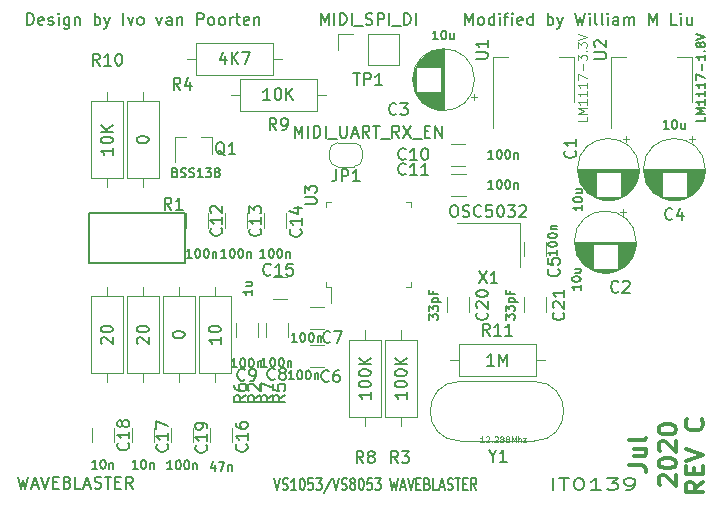
<source format=gbr>
G04 #@! TF.GenerationSoftware,KiCad,Pcbnew,(5.1.6)-1*
G04 #@! TF.CreationDate,2020-12-31T21:45:04+08:00*
G04 #@! TF.ProjectId,vs1053-waveblaster-se,76733130-3533-42d7-9761-7665626c6173,C*
G04 #@! TF.SameCoordinates,Original*
G04 #@! TF.FileFunction,Legend,Top*
G04 #@! TF.FilePolarity,Positive*
%FSLAX46Y46*%
G04 Gerber Fmt 4.6, Leading zero omitted, Abs format (unit mm)*
G04 Created by KiCad (PCBNEW (5.1.6)-1) date 2020-12-31 21:45:04*
%MOMM*%
%LPD*%
G01*
G04 APERTURE LIST*
%ADD10C,0.150000*%
%ADD11C,0.187500*%
%ADD12C,0.125000*%
%ADD13C,0.300000*%
%ADD14C,0.200000*%
%ADD15C,0.120000*%
G04 APERTURE END LIST*
D10*
X122428000Y-101854000D02*
X122428000Y-97663000D01*
X130556000Y-101854000D02*
X122428000Y-101854000D01*
X130556000Y-97663000D02*
X130556000Y-101854000D01*
X122428000Y-97663000D02*
X130556000Y-97663000D01*
D11*
X138095714Y-120102380D02*
X138345714Y-121102380D01*
X138595714Y-120102380D01*
X138810000Y-121054761D02*
X138917142Y-121102380D01*
X139095714Y-121102380D01*
X139167142Y-121054761D01*
X139202857Y-121007142D01*
X139238571Y-120911904D01*
X139238571Y-120816666D01*
X139202857Y-120721428D01*
X139167142Y-120673809D01*
X139095714Y-120626190D01*
X138952857Y-120578571D01*
X138881428Y-120530952D01*
X138845714Y-120483333D01*
X138810000Y-120388095D01*
X138810000Y-120292857D01*
X138845714Y-120197619D01*
X138881428Y-120150000D01*
X138952857Y-120102380D01*
X139131428Y-120102380D01*
X139238571Y-120150000D01*
X139952857Y-121102380D02*
X139524285Y-121102380D01*
X139738571Y-121102380D02*
X139738571Y-120102380D01*
X139667142Y-120245238D01*
X139595714Y-120340476D01*
X139524285Y-120388095D01*
X140417142Y-120102380D02*
X140488571Y-120102380D01*
X140560000Y-120150000D01*
X140595714Y-120197619D01*
X140631428Y-120292857D01*
X140667142Y-120483333D01*
X140667142Y-120721428D01*
X140631428Y-120911904D01*
X140595714Y-121007142D01*
X140560000Y-121054761D01*
X140488571Y-121102380D01*
X140417142Y-121102380D01*
X140345714Y-121054761D01*
X140310000Y-121007142D01*
X140274285Y-120911904D01*
X140238571Y-120721428D01*
X140238571Y-120483333D01*
X140274285Y-120292857D01*
X140310000Y-120197619D01*
X140345714Y-120150000D01*
X140417142Y-120102380D01*
X141345714Y-120102380D02*
X140988571Y-120102380D01*
X140952857Y-120578571D01*
X140988571Y-120530952D01*
X141060000Y-120483333D01*
X141238571Y-120483333D01*
X141310000Y-120530952D01*
X141345714Y-120578571D01*
X141381428Y-120673809D01*
X141381428Y-120911904D01*
X141345714Y-121007142D01*
X141310000Y-121054761D01*
X141238571Y-121102380D01*
X141060000Y-121102380D01*
X140988571Y-121054761D01*
X140952857Y-121007142D01*
X141631428Y-120102380D02*
X142095714Y-120102380D01*
X141845714Y-120483333D01*
X141952857Y-120483333D01*
X142024285Y-120530952D01*
X142060000Y-120578571D01*
X142095714Y-120673809D01*
X142095714Y-120911904D01*
X142060000Y-121007142D01*
X142024285Y-121054761D01*
X141952857Y-121102380D01*
X141738571Y-121102380D01*
X141667142Y-121054761D01*
X141631428Y-121007142D01*
X142952857Y-120054761D02*
X142310000Y-121340476D01*
X143095714Y-120102380D02*
X143345714Y-121102380D01*
X143595714Y-120102380D01*
X143810000Y-121054761D02*
X143917142Y-121102380D01*
X144095714Y-121102380D01*
X144167142Y-121054761D01*
X144202857Y-121007142D01*
X144238571Y-120911904D01*
X144238571Y-120816666D01*
X144202857Y-120721428D01*
X144167142Y-120673809D01*
X144095714Y-120626190D01*
X143952857Y-120578571D01*
X143881428Y-120530952D01*
X143845714Y-120483333D01*
X143810000Y-120388095D01*
X143810000Y-120292857D01*
X143845714Y-120197619D01*
X143881428Y-120150000D01*
X143952857Y-120102380D01*
X144131428Y-120102380D01*
X144238571Y-120150000D01*
X144667142Y-120530952D02*
X144595714Y-120483333D01*
X144560000Y-120435714D01*
X144524285Y-120340476D01*
X144524285Y-120292857D01*
X144560000Y-120197619D01*
X144595714Y-120150000D01*
X144667142Y-120102380D01*
X144810000Y-120102380D01*
X144881428Y-120150000D01*
X144917142Y-120197619D01*
X144952857Y-120292857D01*
X144952857Y-120340476D01*
X144917142Y-120435714D01*
X144881428Y-120483333D01*
X144810000Y-120530952D01*
X144667142Y-120530952D01*
X144595714Y-120578571D01*
X144560000Y-120626190D01*
X144524285Y-120721428D01*
X144524285Y-120911904D01*
X144560000Y-121007142D01*
X144595714Y-121054761D01*
X144667142Y-121102380D01*
X144810000Y-121102380D01*
X144881428Y-121054761D01*
X144917142Y-121007142D01*
X144952857Y-120911904D01*
X144952857Y-120721428D01*
X144917142Y-120626190D01*
X144881428Y-120578571D01*
X144810000Y-120530952D01*
X145417142Y-120102380D02*
X145488571Y-120102380D01*
X145560000Y-120150000D01*
X145595714Y-120197619D01*
X145631428Y-120292857D01*
X145667142Y-120483333D01*
X145667142Y-120721428D01*
X145631428Y-120911904D01*
X145595714Y-121007142D01*
X145560000Y-121054761D01*
X145488571Y-121102380D01*
X145417142Y-121102380D01*
X145345714Y-121054761D01*
X145310000Y-121007142D01*
X145274285Y-120911904D01*
X145238571Y-120721428D01*
X145238571Y-120483333D01*
X145274285Y-120292857D01*
X145310000Y-120197619D01*
X145345714Y-120150000D01*
X145417142Y-120102380D01*
X146345714Y-120102380D02*
X145988571Y-120102380D01*
X145952857Y-120578571D01*
X145988571Y-120530952D01*
X146060000Y-120483333D01*
X146238571Y-120483333D01*
X146310000Y-120530952D01*
X146345714Y-120578571D01*
X146381428Y-120673809D01*
X146381428Y-120911904D01*
X146345714Y-121007142D01*
X146310000Y-121054761D01*
X146238571Y-121102380D01*
X146060000Y-121102380D01*
X145988571Y-121054761D01*
X145952857Y-121007142D01*
X146631428Y-120102380D02*
X147095714Y-120102380D01*
X146845714Y-120483333D01*
X146952857Y-120483333D01*
X147024285Y-120530952D01*
X147060000Y-120578571D01*
X147095714Y-120673809D01*
X147095714Y-120911904D01*
X147060000Y-121007142D01*
X147024285Y-121054761D01*
X146952857Y-121102380D01*
X146738571Y-121102380D01*
X146667142Y-121054761D01*
X146631428Y-121007142D01*
X147917142Y-120102380D02*
X148095714Y-121102380D01*
X148238571Y-120388095D01*
X148381428Y-121102380D01*
X148560000Y-120102380D01*
X148810000Y-120816666D02*
X149167142Y-120816666D01*
X148738571Y-121102380D02*
X148988571Y-120102380D01*
X149238571Y-121102380D01*
X149381428Y-120102380D02*
X149631428Y-121102380D01*
X149881428Y-120102380D01*
X150131428Y-120578571D02*
X150381428Y-120578571D01*
X150488571Y-121102380D02*
X150131428Y-121102380D01*
X150131428Y-120102380D01*
X150488571Y-120102380D01*
X151060000Y-120578571D02*
X151167142Y-120626190D01*
X151202857Y-120673809D01*
X151238571Y-120769047D01*
X151238571Y-120911904D01*
X151202857Y-121007142D01*
X151167142Y-121054761D01*
X151095714Y-121102380D01*
X150810000Y-121102380D01*
X150810000Y-120102380D01*
X151060000Y-120102380D01*
X151131428Y-120150000D01*
X151167142Y-120197619D01*
X151202857Y-120292857D01*
X151202857Y-120388095D01*
X151167142Y-120483333D01*
X151131428Y-120530952D01*
X151060000Y-120578571D01*
X150810000Y-120578571D01*
X151917142Y-121102380D02*
X151560000Y-121102380D01*
X151560000Y-120102380D01*
X152131428Y-120816666D02*
X152488571Y-120816666D01*
X152060000Y-121102380D02*
X152310000Y-120102380D01*
X152560000Y-121102380D01*
X152774285Y-121054761D02*
X152881428Y-121102380D01*
X153060000Y-121102380D01*
X153131428Y-121054761D01*
X153167142Y-121007142D01*
X153202857Y-120911904D01*
X153202857Y-120816666D01*
X153167142Y-120721428D01*
X153131428Y-120673809D01*
X153060000Y-120626190D01*
X152917142Y-120578571D01*
X152845714Y-120530952D01*
X152810000Y-120483333D01*
X152774285Y-120388095D01*
X152774285Y-120292857D01*
X152810000Y-120197619D01*
X152845714Y-120150000D01*
X152917142Y-120102380D01*
X153095714Y-120102380D01*
X153202857Y-120150000D01*
X153417142Y-120102380D02*
X153845714Y-120102380D01*
X153631428Y-121102380D02*
X153631428Y-120102380D01*
X154095714Y-120578571D02*
X154345714Y-120578571D01*
X154452857Y-121102380D02*
X154095714Y-121102380D01*
X154095714Y-120102380D01*
X154452857Y-120102380D01*
X155202857Y-121102380D02*
X154952857Y-120626190D01*
X154774285Y-121102380D02*
X154774285Y-120102380D01*
X155060000Y-120102380D01*
X155131428Y-120150000D01*
X155167142Y-120197619D01*
X155202857Y-120292857D01*
X155202857Y-120435714D01*
X155167142Y-120530952D01*
X155131428Y-120578571D01*
X155060000Y-120626190D01*
X154774285Y-120626190D01*
D12*
X155837142Y-117066190D02*
X155551428Y-117066190D01*
X155694285Y-117066190D02*
X155694285Y-116566190D01*
X155646666Y-116637619D01*
X155599047Y-116685238D01*
X155551428Y-116709047D01*
X156027619Y-116613809D02*
X156051428Y-116590000D01*
X156099047Y-116566190D01*
X156218095Y-116566190D01*
X156265714Y-116590000D01*
X156289523Y-116613809D01*
X156313333Y-116661428D01*
X156313333Y-116709047D01*
X156289523Y-116780476D01*
X156003809Y-117066190D01*
X156313333Y-117066190D01*
X156527619Y-117018571D02*
X156551428Y-117042380D01*
X156527619Y-117066190D01*
X156503809Y-117042380D01*
X156527619Y-117018571D01*
X156527619Y-117066190D01*
X156741904Y-116613809D02*
X156765714Y-116590000D01*
X156813333Y-116566190D01*
X156932380Y-116566190D01*
X156980000Y-116590000D01*
X157003809Y-116613809D01*
X157027619Y-116661428D01*
X157027619Y-116709047D01*
X157003809Y-116780476D01*
X156718095Y-117066190D01*
X157027619Y-117066190D01*
X157313333Y-116780476D02*
X157265714Y-116756666D01*
X157241904Y-116732857D01*
X157218095Y-116685238D01*
X157218095Y-116661428D01*
X157241904Y-116613809D01*
X157265714Y-116590000D01*
X157313333Y-116566190D01*
X157408571Y-116566190D01*
X157456190Y-116590000D01*
X157480000Y-116613809D01*
X157503809Y-116661428D01*
X157503809Y-116685238D01*
X157480000Y-116732857D01*
X157456190Y-116756666D01*
X157408571Y-116780476D01*
X157313333Y-116780476D01*
X157265714Y-116804285D01*
X157241904Y-116828095D01*
X157218095Y-116875714D01*
X157218095Y-116970952D01*
X157241904Y-117018571D01*
X157265714Y-117042380D01*
X157313333Y-117066190D01*
X157408571Y-117066190D01*
X157456190Y-117042380D01*
X157480000Y-117018571D01*
X157503809Y-116970952D01*
X157503809Y-116875714D01*
X157480000Y-116828095D01*
X157456190Y-116804285D01*
X157408571Y-116780476D01*
X157789523Y-116780476D02*
X157741904Y-116756666D01*
X157718095Y-116732857D01*
X157694285Y-116685238D01*
X157694285Y-116661428D01*
X157718095Y-116613809D01*
X157741904Y-116590000D01*
X157789523Y-116566190D01*
X157884761Y-116566190D01*
X157932380Y-116590000D01*
X157956190Y-116613809D01*
X157980000Y-116661428D01*
X157980000Y-116685238D01*
X157956190Y-116732857D01*
X157932380Y-116756666D01*
X157884761Y-116780476D01*
X157789523Y-116780476D01*
X157741904Y-116804285D01*
X157718095Y-116828095D01*
X157694285Y-116875714D01*
X157694285Y-116970952D01*
X157718095Y-117018571D01*
X157741904Y-117042380D01*
X157789523Y-117066190D01*
X157884761Y-117066190D01*
X157932380Y-117042380D01*
X157956190Y-117018571D01*
X157980000Y-116970952D01*
X157980000Y-116875714D01*
X157956190Y-116828095D01*
X157932380Y-116804285D01*
X157884761Y-116780476D01*
X158194285Y-117066190D02*
X158194285Y-116566190D01*
X158360952Y-116923333D01*
X158527619Y-116566190D01*
X158527619Y-117066190D01*
X158765714Y-117066190D02*
X158765714Y-116566190D01*
X158980000Y-117066190D02*
X158980000Y-116804285D01*
X158956190Y-116756666D01*
X158908571Y-116732857D01*
X158837142Y-116732857D01*
X158789523Y-116756666D01*
X158765714Y-116780476D01*
X159170476Y-116732857D02*
X159432380Y-116732857D01*
X159170476Y-117066190D01*
X159432380Y-117066190D01*
D10*
X154234761Y-81732380D02*
X154234761Y-80732380D01*
X154568095Y-81446666D01*
X154901428Y-80732380D01*
X154901428Y-81732380D01*
X155520476Y-81732380D02*
X155425238Y-81684761D01*
X155377619Y-81637142D01*
X155330000Y-81541904D01*
X155330000Y-81256190D01*
X155377619Y-81160952D01*
X155425238Y-81113333D01*
X155520476Y-81065714D01*
X155663333Y-81065714D01*
X155758571Y-81113333D01*
X155806190Y-81160952D01*
X155853809Y-81256190D01*
X155853809Y-81541904D01*
X155806190Y-81637142D01*
X155758571Y-81684761D01*
X155663333Y-81732380D01*
X155520476Y-81732380D01*
X156710952Y-81732380D02*
X156710952Y-80732380D01*
X156710952Y-81684761D02*
X156615714Y-81732380D01*
X156425238Y-81732380D01*
X156330000Y-81684761D01*
X156282380Y-81637142D01*
X156234761Y-81541904D01*
X156234761Y-81256190D01*
X156282380Y-81160952D01*
X156330000Y-81113333D01*
X156425238Y-81065714D01*
X156615714Y-81065714D01*
X156710952Y-81113333D01*
X157187142Y-81732380D02*
X157187142Y-81065714D01*
X157187142Y-80732380D02*
X157139523Y-80780000D01*
X157187142Y-80827619D01*
X157234761Y-80780000D01*
X157187142Y-80732380D01*
X157187142Y-80827619D01*
X157520476Y-81065714D02*
X157901428Y-81065714D01*
X157663333Y-81732380D02*
X157663333Y-80875238D01*
X157710952Y-80780000D01*
X157806190Y-80732380D01*
X157901428Y-80732380D01*
X158234761Y-81732380D02*
X158234761Y-81065714D01*
X158234761Y-80732380D02*
X158187142Y-80780000D01*
X158234761Y-80827619D01*
X158282380Y-80780000D01*
X158234761Y-80732380D01*
X158234761Y-80827619D01*
X159091904Y-81684761D02*
X158996666Y-81732380D01*
X158806190Y-81732380D01*
X158710952Y-81684761D01*
X158663333Y-81589523D01*
X158663333Y-81208571D01*
X158710952Y-81113333D01*
X158806190Y-81065714D01*
X158996666Y-81065714D01*
X159091904Y-81113333D01*
X159139523Y-81208571D01*
X159139523Y-81303809D01*
X158663333Y-81399047D01*
X159996666Y-81732380D02*
X159996666Y-80732380D01*
X159996666Y-81684761D02*
X159901428Y-81732380D01*
X159710952Y-81732380D01*
X159615714Y-81684761D01*
X159568095Y-81637142D01*
X159520476Y-81541904D01*
X159520476Y-81256190D01*
X159568095Y-81160952D01*
X159615714Y-81113333D01*
X159710952Y-81065714D01*
X159901428Y-81065714D01*
X159996666Y-81113333D01*
X161234761Y-81732380D02*
X161234761Y-80732380D01*
X161234761Y-81113333D02*
X161330000Y-81065714D01*
X161520476Y-81065714D01*
X161615714Y-81113333D01*
X161663333Y-81160952D01*
X161710952Y-81256190D01*
X161710952Y-81541904D01*
X161663333Y-81637142D01*
X161615714Y-81684761D01*
X161520476Y-81732380D01*
X161330000Y-81732380D01*
X161234761Y-81684761D01*
X162044285Y-81065714D02*
X162282380Y-81732380D01*
X162520476Y-81065714D02*
X162282380Y-81732380D01*
X162187142Y-81970476D01*
X162139523Y-82018095D01*
X162044285Y-82065714D01*
X163568095Y-80732380D02*
X163806190Y-81732380D01*
X163996666Y-81018095D01*
X164187142Y-81732380D01*
X164425238Y-80732380D01*
X164806190Y-81732380D02*
X164806190Y-81065714D01*
X164806190Y-80732380D02*
X164758571Y-80780000D01*
X164806190Y-80827619D01*
X164853809Y-80780000D01*
X164806190Y-80732380D01*
X164806190Y-80827619D01*
X165425238Y-81732380D02*
X165330000Y-81684761D01*
X165282380Y-81589523D01*
X165282380Y-80732380D01*
X165949047Y-81732380D02*
X165853809Y-81684761D01*
X165806190Y-81589523D01*
X165806190Y-80732380D01*
X166330000Y-81732380D02*
X166330000Y-81065714D01*
X166330000Y-80732380D02*
X166282380Y-80780000D01*
X166330000Y-80827619D01*
X166377619Y-80780000D01*
X166330000Y-80732380D01*
X166330000Y-80827619D01*
X167234761Y-81732380D02*
X167234761Y-81208571D01*
X167187142Y-81113333D01*
X167091904Y-81065714D01*
X166901428Y-81065714D01*
X166806190Y-81113333D01*
X167234761Y-81684761D02*
X167139523Y-81732380D01*
X166901428Y-81732380D01*
X166806190Y-81684761D01*
X166758571Y-81589523D01*
X166758571Y-81494285D01*
X166806190Y-81399047D01*
X166901428Y-81351428D01*
X167139523Y-81351428D01*
X167234761Y-81303809D01*
X167710952Y-81732380D02*
X167710952Y-81065714D01*
X167710952Y-81160952D02*
X167758571Y-81113333D01*
X167853809Y-81065714D01*
X167996666Y-81065714D01*
X168091904Y-81113333D01*
X168139523Y-81208571D01*
X168139523Y-81732380D01*
X168139523Y-81208571D02*
X168187142Y-81113333D01*
X168282380Y-81065714D01*
X168425238Y-81065714D01*
X168520476Y-81113333D01*
X168568095Y-81208571D01*
X168568095Y-81732380D01*
X169806190Y-81732380D02*
X169806190Y-80732380D01*
X170139523Y-81446666D01*
X170472857Y-80732380D01*
X170472857Y-81732380D01*
X172187142Y-81732380D02*
X171710952Y-81732380D01*
X171710952Y-80732380D01*
X172520476Y-81732380D02*
X172520476Y-81065714D01*
X172520476Y-80732380D02*
X172472857Y-80780000D01*
X172520476Y-80827619D01*
X172568095Y-80780000D01*
X172520476Y-80732380D01*
X172520476Y-80827619D01*
X173425238Y-81065714D02*
X173425238Y-81732380D01*
X172996666Y-81065714D02*
X172996666Y-81589523D01*
X173044285Y-81684761D01*
X173139523Y-81732380D01*
X173282380Y-81732380D01*
X173377619Y-81684761D01*
X173425238Y-81637142D01*
X117166666Y-81732380D02*
X117166666Y-80732380D01*
X117404761Y-80732380D01*
X117547619Y-80780000D01*
X117642857Y-80875238D01*
X117690476Y-80970476D01*
X117738095Y-81160952D01*
X117738095Y-81303809D01*
X117690476Y-81494285D01*
X117642857Y-81589523D01*
X117547619Y-81684761D01*
X117404761Y-81732380D01*
X117166666Y-81732380D01*
X118547619Y-81684761D02*
X118452380Y-81732380D01*
X118261904Y-81732380D01*
X118166666Y-81684761D01*
X118119047Y-81589523D01*
X118119047Y-81208571D01*
X118166666Y-81113333D01*
X118261904Y-81065714D01*
X118452380Y-81065714D01*
X118547619Y-81113333D01*
X118595238Y-81208571D01*
X118595238Y-81303809D01*
X118119047Y-81399047D01*
X118976190Y-81684761D02*
X119071428Y-81732380D01*
X119261904Y-81732380D01*
X119357142Y-81684761D01*
X119404761Y-81589523D01*
X119404761Y-81541904D01*
X119357142Y-81446666D01*
X119261904Y-81399047D01*
X119119047Y-81399047D01*
X119023809Y-81351428D01*
X118976190Y-81256190D01*
X118976190Y-81208571D01*
X119023809Y-81113333D01*
X119119047Y-81065714D01*
X119261904Y-81065714D01*
X119357142Y-81113333D01*
X119833333Y-81732380D02*
X119833333Y-81065714D01*
X119833333Y-80732380D02*
X119785714Y-80780000D01*
X119833333Y-80827619D01*
X119880952Y-80780000D01*
X119833333Y-80732380D01*
X119833333Y-80827619D01*
X120738095Y-81065714D02*
X120738095Y-81875238D01*
X120690476Y-81970476D01*
X120642857Y-82018095D01*
X120547619Y-82065714D01*
X120404761Y-82065714D01*
X120309523Y-82018095D01*
X120738095Y-81684761D02*
X120642857Y-81732380D01*
X120452380Y-81732380D01*
X120357142Y-81684761D01*
X120309523Y-81637142D01*
X120261904Y-81541904D01*
X120261904Y-81256190D01*
X120309523Y-81160952D01*
X120357142Y-81113333D01*
X120452380Y-81065714D01*
X120642857Y-81065714D01*
X120738095Y-81113333D01*
X121214285Y-81065714D02*
X121214285Y-81732380D01*
X121214285Y-81160952D02*
X121261904Y-81113333D01*
X121357142Y-81065714D01*
X121500000Y-81065714D01*
X121595238Y-81113333D01*
X121642857Y-81208571D01*
X121642857Y-81732380D01*
X122880952Y-81732380D02*
X122880952Y-80732380D01*
X122880952Y-81113333D02*
X122976190Y-81065714D01*
X123166666Y-81065714D01*
X123261904Y-81113333D01*
X123309523Y-81160952D01*
X123357142Y-81256190D01*
X123357142Y-81541904D01*
X123309523Y-81637142D01*
X123261904Y-81684761D01*
X123166666Y-81732380D01*
X122976190Y-81732380D01*
X122880952Y-81684761D01*
X123690476Y-81065714D02*
X123928571Y-81732380D01*
X124166666Y-81065714D02*
X123928571Y-81732380D01*
X123833333Y-81970476D01*
X123785714Y-82018095D01*
X123690476Y-82065714D01*
X125309523Y-81732380D02*
X125309523Y-80732380D01*
X125690476Y-81065714D02*
X125928571Y-81732380D01*
X126166666Y-81065714D01*
X126690476Y-81732380D02*
X126595238Y-81684761D01*
X126547619Y-81637142D01*
X126500000Y-81541904D01*
X126500000Y-81256190D01*
X126547619Y-81160952D01*
X126595238Y-81113333D01*
X126690476Y-81065714D01*
X126833333Y-81065714D01*
X126928571Y-81113333D01*
X126976190Y-81160952D01*
X127023809Y-81256190D01*
X127023809Y-81541904D01*
X126976190Y-81637142D01*
X126928571Y-81684761D01*
X126833333Y-81732380D01*
X126690476Y-81732380D01*
X128119047Y-81065714D02*
X128357142Y-81732380D01*
X128595238Y-81065714D01*
X129404761Y-81732380D02*
X129404761Y-81208571D01*
X129357142Y-81113333D01*
X129261904Y-81065714D01*
X129071428Y-81065714D01*
X128976190Y-81113333D01*
X129404761Y-81684761D02*
X129309523Y-81732380D01*
X129071428Y-81732380D01*
X128976190Y-81684761D01*
X128928571Y-81589523D01*
X128928571Y-81494285D01*
X128976190Y-81399047D01*
X129071428Y-81351428D01*
X129309523Y-81351428D01*
X129404761Y-81303809D01*
X129880952Y-81065714D02*
X129880952Y-81732380D01*
X129880952Y-81160952D02*
X129928571Y-81113333D01*
X130023809Y-81065714D01*
X130166666Y-81065714D01*
X130261904Y-81113333D01*
X130309523Y-81208571D01*
X130309523Y-81732380D01*
X131547619Y-81732380D02*
X131547619Y-80732380D01*
X131928571Y-80732380D01*
X132023809Y-80780000D01*
X132071428Y-80827619D01*
X132119047Y-80922857D01*
X132119047Y-81065714D01*
X132071428Y-81160952D01*
X132023809Y-81208571D01*
X131928571Y-81256190D01*
X131547619Y-81256190D01*
X132690476Y-81732380D02*
X132595238Y-81684761D01*
X132547619Y-81637142D01*
X132500000Y-81541904D01*
X132500000Y-81256190D01*
X132547619Y-81160952D01*
X132595238Y-81113333D01*
X132690476Y-81065714D01*
X132833333Y-81065714D01*
X132928571Y-81113333D01*
X132976190Y-81160952D01*
X133023809Y-81256190D01*
X133023809Y-81541904D01*
X132976190Y-81637142D01*
X132928571Y-81684761D01*
X132833333Y-81732380D01*
X132690476Y-81732380D01*
X133595238Y-81732380D02*
X133500000Y-81684761D01*
X133452380Y-81637142D01*
X133404761Y-81541904D01*
X133404761Y-81256190D01*
X133452380Y-81160952D01*
X133500000Y-81113333D01*
X133595238Y-81065714D01*
X133738095Y-81065714D01*
X133833333Y-81113333D01*
X133880952Y-81160952D01*
X133928571Y-81256190D01*
X133928571Y-81541904D01*
X133880952Y-81637142D01*
X133833333Y-81684761D01*
X133738095Y-81732380D01*
X133595238Y-81732380D01*
X134357142Y-81732380D02*
X134357142Y-81065714D01*
X134357142Y-81256190D02*
X134404761Y-81160952D01*
X134452380Y-81113333D01*
X134547619Y-81065714D01*
X134642857Y-81065714D01*
X134833333Y-81065714D02*
X135214285Y-81065714D01*
X134976190Y-80732380D02*
X134976190Y-81589523D01*
X135023809Y-81684761D01*
X135119047Y-81732380D01*
X135214285Y-81732380D01*
X135928571Y-81684761D02*
X135833333Y-81732380D01*
X135642857Y-81732380D01*
X135547619Y-81684761D01*
X135500000Y-81589523D01*
X135500000Y-81208571D01*
X135547619Y-81113333D01*
X135642857Y-81065714D01*
X135833333Y-81065714D01*
X135928571Y-81113333D01*
X135976190Y-81208571D01*
X135976190Y-81303809D01*
X135500000Y-81399047D01*
X136404761Y-81065714D02*
X136404761Y-81732380D01*
X136404761Y-81160952D02*
X136452380Y-81113333D01*
X136547619Y-81065714D01*
X136690476Y-81065714D01*
X136785714Y-81113333D01*
X136833333Y-81208571D01*
X136833333Y-81732380D01*
D13*
X168083571Y-118967142D02*
X169155000Y-118967142D01*
X169369285Y-119038571D01*
X169512142Y-119181428D01*
X169583571Y-119395714D01*
X169583571Y-119538571D01*
X168583571Y-117610000D02*
X169583571Y-117610000D01*
X168583571Y-118252857D02*
X169369285Y-118252857D01*
X169512142Y-118181428D01*
X169583571Y-118038571D01*
X169583571Y-117824285D01*
X169512142Y-117681428D01*
X169440714Y-117610000D01*
X169583571Y-116681428D02*
X169512142Y-116824285D01*
X169369285Y-116895714D01*
X168083571Y-116895714D01*
X170776428Y-120681428D02*
X170705000Y-120610000D01*
X170633571Y-120467142D01*
X170633571Y-120110000D01*
X170705000Y-119967142D01*
X170776428Y-119895714D01*
X170919285Y-119824285D01*
X171062142Y-119824285D01*
X171276428Y-119895714D01*
X172133571Y-120752857D01*
X172133571Y-119824285D01*
X170633571Y-118895714D02*
X170633571Y-118752857D01*
X170705000Y-118610000D01*
X170776428Y-118538571D01*
X170919285Y-118467142D01*
X171205000Y-118395714D01*
X171562142Y-118395714D01*
X171847857Y-118467142D01*
X171990714Y-118538571D01*
X172062142Y-118610000D01*
X172133571Y-118752857D01*
X172133571Y-118895714D01*
X172062142Y-119038571D01*
X171990714Y-119110000D01*
X171847857Y-119181428D01*
X171562142Y-119252857D01*
X171205000Y-119252857D01*
X170919285Y-119181428D01*
X170776428Y-119110000D01*
X170705000Y-119038571D01*
X170633571Y-118895714D01*
X170776428Y-117824285D02*
X170705000Y-117752857D01*
X170633571Y-117610000D01*
X170633571Y-117252857D01*
X170705000Y-117110000D01*
X170776428Y-117038571D01*
X170919285Y-116967142D01*
X171062142Y-116967142D01*
X171276428Y-117038571D01*
X172133571Y-117895714D01*
X172133571Y-116967142D01*
X170633571Y-116038571D02*
X170633571Y-115895714D01*
X170705000Y-115752857D01*
X170776428Y-115681428D01*
X170919285Y-115610000D01*
X171205000Y-115538571D01*
X171562142Y-115538571D01*
X171847857Y-115610000D01*
X171990714Y-115681428D01*
X172062142Y-115752857D01*
X172133571Y-115895714D01*
X172133571Y-116038571D01*
X172062142Y-116181428D01*
X171990714Y-116252857D01*
X171847857Y-116324285D01*
X171562142Y-116395714D01*
X171205000Y-116395714D01*
X170919285Y-116324285D01*
X170776428Y-116252857D01*
X170705000Y-116181428D01*
X170633571Y-116038571D01*
D14*
X161671428Y-121102380D02*
X161671428Y-120102380D01*
X162171428Y-120102380D02*
X163028571Y-120102380D01*
X162600000Y-121102380D02*
X162600000Y-120102380D01*
X163814285Y-120102380D02*
X163957142Y-120102380D01*
X164100000Y-120150000D01*
X164171428Y-120197619D01*
X164242857Y-120292857D01*
X164314285Y-120483333D01*
X164314285Y-120721428D01*
X164242857Y-120911904D01*
X164171428Y-121007142D01*
X164100000Y-121054761D01*
X163957142Y-121102380D01*
X163814285Y-121102380D01*
X163671428Y-121054761D01*
X163600000Y-121007142D01*
X163528571Y-120911904D01*
X163457142Y-120721428D01*
X163457142Y-120483333D01*
X163528571Y-120292857D01*
X163600000Y-120197619D01*
X163671428Y-120150000D01*
X163814285Y-120102380D01*
X165742857Y-121102380D02*
X164885714Y-121102380D01*
X165314285Y-121102380D02*
X165314285Y-120102380D01*
X165171428Y-120245238D01*
X165028571Y-120340476D01*
X164885714Y-120388095D01*
X166242857Y-120102380D02*
X167171428Y-120102380D01*
X166671428Y-120483333D01*
X166885714Y-120483333D01*
X167028571Y-120530952D01*
X167100000Y-120578571D01*
X167171428Y-120673809D01*
X167171428Y-120911904D01*
X167100000Y-121007142D01*
X167028571Y-121054761D01*
X166885714Y-121102380D01*
X166457142Y-121102380D01*
X166314285Y-121054761D01*
X166242857Y-121007142D01*
X167885714Y-121102380D02*
X168171428Y-121102380D01*
X168314285Y-121054761D01*
X168385714Y-121007142D01*
X168528571Y-120864285D01*
X168600000Y-120673809D01*
X168600000Y-120292857D01*
X168528571Y-120197619D01*
X168457142Y-120150000D01*
X168314285Y-120102380D01*
X168028571Y-120102380D01*
X167885714Y-120150000D01*
X167814285Y-120197619D01*
X167742857Y-120292857D01*
X167742857Y-120530952D01*
X167814285Y-120626190D01*
X167885714Y-120673809D01*
X168028571Y-120721428D01*
X168314285Y-120721428D01*
X168457142Y-120673809D01*
X168528571Y-120626190D01*
X168600000Y-120530952D01*
D13*
X174414571Y-120415571D02*
X173700285Y-120915571D01*
X174414571Y-121272714D02*
X172914571Y-121272714D01*
X172914571Y-120701285D01*
X172986000Y-120558428D01*
X173057428Y-120487000D01*
X173200285Y-120415571D01*
X173414571Y-120415571D01*
X173557428Y-120487000D01*
X173628857Y-120558428D01*
X173700285Y-120701285D01*
X173700285Y-121272714D01*
X173628857Y-119772714D02*
X173628857Y-119272714D01*
X174414571Y-119058428D02*
X174414571Y-119772714D01*
X172914571Y-119772714D01*
X172914571Y-119058428D01*
X172914571Y-118629857D02*
X174414571Y-118129857D01*
X172914571Y-117629857D01*
X174271714Y-115129857D02*
X174343142Y-115201285D01*
X174414571Y-115415571D01*
X174414571Y-115558428D01*
X174343142Y-115772714D01*
X174200285Y-115915571D01*
X174057428Y-115987000D01*
X173771714Y-116058428D01*
X173557428Y-116058428D01*
X173271714Y-115987000D01*
X173128857Y-115915571D01*
X172986000Y-115772714D01*
X172914571Y-115558428D01*
X172914571Y-115415571D01*
X172986000Y-115201285D01*
X173057428Y-115129857D01*
D15*
G04 #@! TO.C,U3*
X149660000Y-97170000D02*
X149660000Y-96720000D01*
X149660000Y-96720000D02*
X149210000Y-96720000D01*
X149660000Y-103490000D02*
X149660000Y-103940000D01*
X149660000Y-103940000D02*
X149210000Y-103940000D01*
X142440000Y-97170000D02*
X142440000Y-96720000D01*
X142440000Y-96720000D02*
X142890000Y-96720000D01*
X142440000Y-103490000D02*
X142440000Y-103940000D01*
X142440000Y-103940000D02*
X142890000Y-103940000D01*
X142890000Y-103940000D02*
X142890000Y-105230000D01*
G04 #@! TO.C,R7*
X123952000Y-103910000D02*
X123952000Y-104680000D01*
X123952000Y-111990000D02*
X123952000Y-111220000D01*
X122582000Y-104680000D02*
X122582000Y-111220000D01*
X125322000Y-104680000D02*
X122582000Y-104680000D01*
X125322000Y-111220000D02*
X125322000Y-104680000D01*
X122582000Y-111220000D02*
X125322000Y-111220000D01*
G04 #@! TO.C,C1*
X168095000Y-91405225D02*
X167595000Y-91405225D01*
X167845000Y-91155225D02*
X167845000Y-91655225D01*
X166654000Y-96561000D02*
X166086000Y-96561000D01*
X166888000Y-96521000D02*
X165852000Y-96521000D01*
X167047000Y-96481000D02*
X165693000Y-96481000D01*
X167175000Y-96441000D02*
X165565000Y-96441000D01*
X167285000Y-96401000D02*
X165455000Y-96401000D01*
X167381000Y-96361000D02*
X165359000Y-96361000D01*
X167468000Y-96321000D02*
X165272000Y-96321000D01*
X167548000Y-96281000D02*
X165192000Y-96281000D01*
X165330000Y-96241000D02*
X165119000Y-96241000D01*
X167621000Y-96241000D02*
X167410000Y-96241000D01*
X165330000Y-96201000D02*
X165051000Y-96201000D01*
X167689000Y-96201000D02*
X167410000Y-96201000D01*
X165330000Y-96161000D02*
X164987000Y-96161000D01*
X167753000Y-96161000D02*
X167410000Y-96161000D01*
X165330000Y-96121000D02*
X164927000Y-96121000D01*
X167813000Y-96121000D02*
X167410000Y-96121000D01*
X165330000Y-96081000D02*
X164870000Y-96081000D01*
X167870000Y-96081000D02*
X167410000Y-96081000D01*
X165330000Y-96041000D02*
X164816000Y-96041000D01*
X167924000Y-96041000D02*
X167410000Y-96041000D01*
X165330000Y-96001000D02*
X164765000Y-96001000D01*
X167975000Y-96001000D02*
X167410000Y-96001000D01*
X165330000Y-95961000D02*
X164717000Y-95961000D01*
X168023000Y-95961000D02*
X167410000Y-95961000D01*
X165330000Y-95921000D02*
X164671000Y-95921000D01*
X168069000Y-95921000D02*
X167410000Y-95921000D01*
X165330000Y-95881000D02*
X164627000Y-95881000D01*
X168113000Y-95881000D02*
X167410000Y-95881000D01*
X165330000Y-95841000D02*
X164585000Y-95841000D01*
X168155000Y-95841000D02*
X167410000Y-95841000D01*
X165330000Y-95801000D02*
X164544000Y-95801000D01*
X168196000Y-95801000D02*
X167410000Y-95801000D01*
X165330000Y-95761000D02*
X164506000Y-95761000D01*
X168234000Y-95761000D02*
X167410000Y-95761000D01*
X165330000Y-95721000D02*
X164469000Y-95721000D01*
X168271000Y-95721000D02*
X167410000Y-95721000D01*
X165330000Y-95681000D02*
X164433000Y-95681000D01*
X168307000Y-95681000D02*
X167410000Y-95681000D01*
X165330000Y-95641000D02*
X164399000Y-95641000D01*
X168341000Y-95641000D02*
X167410000Y-95641000D01*
X165330000Y-95601000D02*
X164366000Y-95601000D01*
X168374000Y-95601000D02*
X167410000Y-95601000D01*
X165330000Y-95561000D02*
X164335000Y-95561000D01*
X168405000Y-95561000D02*
X167410000Y-95561000D01*
X165330000Y-95521000D02*
X164305000Y-95521000D01*
X168435000Y-95521000D02*
X167410000Y-95521000D01*
X165330000Y-95481000D02*
X164275000Y-95481000D01*
X168465000Y-95481000D02*
X167410000Y-95481000D01*
X165330000Y-95441000D02*
X164248000Y-95441000D01*
X168492000Y-95441000D02*
X167410000Y-95441000D01*
X165330000Y-95401000D02*
X164221000Y-95401000D01*
X168519000Y-95401000D02*
X167410000Y-95401000D01*
X165330000Y-95361000D02*
X164195000Y-95361000D01*
X168545000Y-95361000D02*
X167410000Y-95361000D01*
X165330000Y-95321000D02*
X164170000Y-95321000D01*
X168570000Y-95321000D02*
X167410000Y-95321000D01*
X165330000Y-95281000D02*
X164146000Y-95281000D01*
X168594000Y-95281000D02*
X167410000Y-95281000D01*
X165330000Y-95241000D02*
X164123000Y-95241000D01*
X168617000Y-95241000D02*
X167410000Y-95241000D01*
X165330000Y-95201000D02*
X164102000Y-95201000D01*
X168638000Y-95201000D02*
X167410000Y-95201000D01*
X165330000Y-95161000D02*
X164080000Y-95161000D01*
X168660000Y-95161000D02*
X167410000Y-95161000D01*
X165330000Y-95121000D02*
X164060000Y-95121000D01*
X168680000Y-95121000D02*
X167410000Y-95121000D01*
X165330000Y-95081000D02*
X164041000Y-95081000D01*
X168699000Y-95081000D02*
X167410000Y-95081000D01*
X165330000Y-95041000D02*
X164022000Y-95041000D01*
X168718000Y-95041000D02*
X167410000Y-95041000D01*
X165330000Y-95001000D02*
X164005000Y-95001000D01*
X168735000Y-95001000D02*
X167410000Y-95001000D01*
X165330000Y-94961000D02*
X163988000Y-94961000D01*
X168752000Y-94961000D02*
X167410000Y-94961000D01*
X165330000Y-94921000D02*
X163972000Y-94921000D01*
X168768000Y-94921000D02*
X167410000Y-94921000D01*
X165330000Y-94881000D02*
X163956000Y-94881000D01*
X168784000Y-94881000D02*
X167410000Y-94881000D01*
X165330000Y-94841000D02*
X163942000Y-94841000D01*
X168798000Y-94841000D02*
X167410000Y-94841000D01*
X165330000Y-94801000D02*
X163928000Y-94801000D01*
X168812000Y-94801000D02*
X167410000Y-94801000D01*
X165330000Y-94761000D02*
X163915000Y-94761000D01*
X168825000Y-94761000D02*
X167410000Y-94761000D01*
X165330000Y-94721000D02*
X163902000Y-94721000D01*
X168838000Y-94721000D02*
X167410000Y-94721000D01*
X165330000Y-94681000D02*
X163890000Y-94681000D01*
X168850000Y-94681000D02*
X167410000Y-94681000D01*
X165330000Y-94640000D02*
X163879000Y-94640000D01*
X168861000Y-94640000D02*
X167410000Y-94640000D01*
X165330000Y-94600000D02*
X163869000Y-94600000D01*
X168871000Y-94600000D02*
X167410000Y-94600000D01*
X165330000Y-94560000D02*
X163859000Y-94560000D01*
X168881000Y-94560000D02*
X167410000Y-94560000D01*
X165330000Y-94520000D02*
X163850000Y-94520000D01*
X168890000Y-94520000D02*
X167410000Y-94520000D01*
X165330000Y-94480000D02*
X163842000Y-94480000D01*
X168898000Y-94480000D02*
X167410000Y-94480000D01*
X165330000Y-94440000D02*
X163834000Y-94440000D01*
X168906000Y-94440000D02*
X167410000Y-94440000D01*
X165330000Y-94400000D02*
X163827000Y-94400000D01*
X168913000Y-94400000D02*
X167410000Y-94400000D01*
X165330000Y-94360000D02*
X163820000Y-94360000D01*
X168920000Y-94360000D02*
X167410000Y-94360000D01*
X165330000Y-94320000D02*
X163814000Y-94320000D01*
X168926000Y-94320000D02*
X167410000Y-94320000D01*
X165330000Y-94280000D02*
X163809000Y-94280000D01*
X168931000Y-94280000D02*
X167410000Y-94280000D01*
X165330000Y-94240000D02*
X163805000Y-94240000D01*
X168935000Y-94240000D02*
X167410000Y-94240000D01*
X165330000Y-94200000D02*
X163801000Y-94200000D01*
X168939000Y-94200000D02*
X167410000Y-94200000D01*
X168943000Y-94160000D02*
X163797000Y-94160000D01*
X168946000Y-94120000D02*
X163794000Y-94120000D01*
X168948000Y-94080000D02*
X163792000Y-94080000D01*
X168949000Y-94040000D02*
X163791000Y-94040000D01*
X168950000Y-94000000D02*
X163790000Y-94000000D01*
X168950000Y-93960000D02*
X163790000Y-93960000D01*
X168990000Y-93960000D02*
G75*
G03*
X168990000Y-93960000I-2620000J0D01*
G01*
G04 #@! TO.C,C2*
X168736000Y-100096000D02*
G75*
G03*
X168736000Y-100096000I-2620000J0D01*
G01*
X168696000Y-100096000D02*
X163536000Y-100096000D01*
X168696000Y-100136000D02*
X163536000Y-100136000D01*
X168695000Y-100176000D02*
X163537000Y-100176000D01*
X168694000Y-100216000D02*
X163538000Y-100216000D01*
X168692000Y-100256000D02*
X163540000Y-100256000D01*
X168689000Y-100296000D02*
X163543000Y-100296000D01*
X168685000Y-100336000D02*
X167156000Y-100336000D01*
X165076000Y-100336000D02*
X163547000Y-100336000D01*
X168681000Y-100376000D02*
X167156000Y-100376000D01*
X165076000Y-100376000D02*
X163551000Y-100376000D01*
X168677000Y-100416000D02*
X167156000Y-100416000D01*
X165076000Y-100416000D02*
X163555000Y-100416000D01*
X168672000Y-100456000D02*
X167156000Y-100456000D01*
X165076000Y-100456000D02*
X163560000Y-100456000D01*
X168666000Y-100496000D02*
X167156000Y-100496000D01*
X165076000Y-100496000D02*
X163566000Y-100496000D01*
X168659000Y-100536000D02*
X167156000Y-100536000D01*
X165076000Y-100536000D02*
X163573000Y-100536000D01*
X168652000Y-100576000D02*
X167156000Y-100576000D01*
X165076000Y-100576000D02*
X163580000Y-100576000D01*
X168644000Y-100616000D02*
X167156000Y-100616000D01*
X165076000Y-100616000D02*
X163588000Y-100616000D01*
X168636000Y-100656000D02*
X167156000Y-100656000D01*
X165076000Y-100656000D02*
X163596000Y-100656000D01*
X168627000Y-100696000D02*
X167156000Y-100696000D01*
X165076000Y-100696000D02*
X163605000Y-100696000D01*
X168617000Y-100736000D02*
X167156000Y-100736000D01*
X165076000Y-100736000D02*
X163615000Y-100736000D01*
X168607000Y-100776000D02*
X167156000Y-100776000D01*
X165076000Y-100776000D02*
X163625000Y-100776000D01*
X168596000Y-100817000D02*
X167156000Y-100817000D01*
X165076000Y-100817000D02*
X163636000Y-100817000D01*
X168584000Y-100857000D02*
X167156000Y-100857000D01*
X165076000Y-100857000D02*
X163648000Y-100857000D01*
X168571000Y-100897000D02*
X167156000Y-100897000D01*
X165076000Y-100897000D02*
X163661000Y-100897000D01*
X168558000Y-100937000D02*
X167156000Y-100937000D01*
X165076000Y-100937000D02*
X163674000Y-100937000D01*
X168544000Y-100977000D02*
X167156000Y-100977000D01*
X165076000Y-100977000D02*
X163688000Y-100977000D01*
X168530000Y-101017000D02*
X167156000Y-101017000D01*
X165076000Y-101017000D02*
X163702000Y-101017000D01*
X168514000Y-101057000D02*
X167156000Y-101057000D01*
X165076000Y-101057000D02*
X163718000Y-101057000D01*
X168498000Y-101097000D02*
X167156000Y-101097000D01*
X165076000Y-101097000D02*
X163734000Y-101097000D01*
X168481000Y-101137000D02*
X167156000Y-101137000D01*
X165076000Y-101137000D02*
X163751000Y-101137000D01*
X168464000Y-101177000D02*
X167156000Y-101177000D01*
X165076000Y-101177000D02*
X163768000Y-101177000D01*
X168445000Y-101217000D02*
X167156000Y-101217000D01*
X165076000Y-101217000D02*
X163787000Y-101217000D01*
X168426000Y-101257000D02*
X167156000Y-101257000D01*
X165076000Y-101257000D02*
X163806000Y-101257000D01*
X168406000Y-101297000D02*
X167156000Y-101297000D01*
X165076000Y-101297000D02*
X163826000Y-101297000D01*
X168384000Y-101337000D02*
X167156000Y-101337000D01*
X165076000Y-101337000D02*
X163848000Y-101337000D01*
X168363000Y-101377000D02*
X167156000Y-101377000D01*
X165076000Y-101377000D02*
X163869000Y-101377000D01*
X168340000Y-101417000D02*
X167156000Y-101417000D01*
X165076000Y-101417000D02*
X163892000Y-101417000D01*
X168316000Y-101457000D02*
X167156000Y-101457000D01*
X165076000Y-101457000D02*
X163916000Y-101457000D01*
X168291000Y-101497000D02*
X167156000Y-101497000D01*
X165076000Y-101497000D02*
X163941000Y-101497000D01*
X168265000Y-101537000D02*
X167156000Y-101537000D01*
X165076000Y-101537000D02*
X163967000Y-101537000D01*
X168238000Y-101577000D02*
X167156000Y-101577000D01*
X165076000Y-101577000D02*
X163994000Y-101577000D01*
X168211000Y-101617000D02*
X167156000Y-101617000D01*
X165076000Y-101617000D02*
X164021000Y-101617000D01*
X168181000Y-101657000D02*
X167156000Y-101657000D01*
X165076000Y-101657000D02*
X164051000Y-101657000D01*
X168151000Y-101697000D02*
X167156000Y-101697000D01*
X165076000Y-101697000D02*
X164081000Y-101697000D01*
X168120000Y-101737000D02*
X167156000Y-101737000D01*
X165076000Y-101737000D02*
X164112000Y-101737000D01*
X168087000Y-101777000D02*
X167156000Y-101777000D01*
X165076000Y-101777000D02*
X164145000Y-101777000D01*
X168053000Y-101817000D02*
X167156000Y-101817000D01*
X165076000Y-101817000D02*
X164179000Y-101817000D01*
X168017000Y-101857000D02*
X167156000Y-101857000D01*
X165076000Y-101857000D02*
X164215000Y-101857000D01*
X167980000Y-101897000D02*
X167156000Y-101897000D01*
X165076000Y-101897000D02*
X164252000Y-101897000D01*
X167942000Y-101937000D02*
X167156000Y-101937000D01*
X165076000Y-101937000D02*
X164290000Y-101937000D01*
X167901000Y-101977000D02*
X167156000Y-101977000D01*
X165076000Y-101977000D02*
X164331000Y-101977000D01*
X167859000Y-102017000D02*
X167156000Y-102017000D01*
X165076000Y-102017000D02*
X164373000Y-102017000D01*
X167815000Y-102057000D02*
X167156000Y-102057000D01*
X165076000Y-102057000D02*
X164417000Y-102057000D01*
X167769000Y-102097000D02*
X167156000Y-102097000D01*
X165076000Y-102097000D02*
X164463000Y-102097000D01*
X167721000Y-102137000D02*
X167156000Y-102137000D01*
X165076000Y-102137000D02*
X164511000Y-102137000D01*
X167670000Y-102177000D02*
X167156000Y-102177000D01*
X165076000Y-102177000D02*
X164562000Y-102177000D01*
X167616000Y-102217000D02*
X167156000Y-102217000D01*
X165076000Y-102217000D02*
X164616000Y-102217000D01*
X167559000Y-102257000D02*
X167156000Y-102257000D01*
X165076000Y-102257000D02*
X164673000Y-102257000D01*
X167499000Y-102297000D02*
X167156000Y-102297000D01*
X165076000Y-102297000D02*
X164733000Y-102297000D01*
X167435000Y-102337000D02*
X167156000Y-102337000D01*
X165076000Y-102337000D02*
X164797000Y-102337000D01*
X167367000Y-102377000D02*
X167156000Y-102377000D01*
X165076000Y-102377000D02*
X164865000Y-102377000D01*
X167294000Y-102417000D02*
X164938000Y-102417000D01*
X167214000Y-102457000D02*
X165018000Y-102457000D01*
X167127000Y-102497000D02*
X165105000Y-102497000D01*
X167031000Y-102537000D02*
X165201000Y-102537000D01*
X166921000Y-102577000D02*
X165311000Y-102577000D01*
X166793000Y-102617000D02*
X165439000Y-102617000D01*
X166634000Y-102657000D02*
X165598000Y-102657000D01*
X166400000Y-102697000D02*
X165832000Y-102697000D01*
X167591000Y-97291225D02*
X167591000Y-97791225D01*
X167841000Y-97541225D02*
X167341000Y-97541225D01*
G04 #@! TO.C,C3*
X154974775Y-88085000D02*
X154974775Y-87585000D01*
X155224775Y-87835000D02*
X154724775Y-87835000D01*
X149819000Y-86644000D02*
X149819000Y-86076000D01*
X149859000Y-86878000D02*
X149859000Y-85842000D01*
X149899000Y-87037000D02*
X149899000Y-85683000D01*
X149939000Y-87165000D02*
X149939000Y-85555000D01*
X149979000Y-87275000D02*
X149979000Y-85445000D01*
X150019000Y-87371000D02*
X150019000Y-85349000D01*
X150059000Y-87458000D02*
X150059000Y-85262000D01*
X150099000Y-87538000D02*
X150099000Y-85182000D01*
X150139000Y-85320000D02*
X150139000Y-85109000D01*
X150139000Y-87611000D02*
X150139000Y-87400000D01*
X150179000Y-85320000D02*
X150179000Y-85041000D01*
X150179000Y-87679000D02*
X150179000Y-87400000D01*
X150219000Y-85320000D02*
X150219000Y-84977000D01*
X150219000Y-87743000D02*
X150219000Y-87400000D01*
X150259000Y-85320000D02*
X150259000Y-84917000D01*
X150259000Y-87803000D02*
X150259000Y-87400000D01*
X150299000Y-85320000D02*
X150299000Y-84860000D01*
X150299000Y-87860000D02*
X150299000Y-87400000D01*
X150339000Y-85320000D02*
X150339000Y-84806000D01*
X150339000Y-87914000D02*
X150339000Y-87400000D01*
X150379000Y-85320000D02*
X150379000Y-84755000D01*
X150379000Y-87965000D02*
X150379000Y-87400000D01*
X150419000Y-85320000D02*
X150419000Y-84707000D01*
X150419000Y-88013000D02*
X150419000Y-87400000D01*
X150459000Y-85320000D02*
X150459000Y-84661000D01*
X150459000Y-88059000D02*
X150459000Y-87400000D01*
X150499000Y-85320000D02*
X150499000Y-84617000D01*
X150499000Y-88103000D02*
X150499000Y-87400000D01*
X150539000Y-85320000D02*
X150539000Y-84575000D01*
X150539000Y-88145000D02*
X150539000Y-87400000D01*
X150579000Y-85320000D02*
X150579000Y-84534000D01*
X150579000Y-88186000D02*
X150579000Y-87400000D01*
X150619000Y-85320000D02*
X150619000Y-84496000D01*
X150619000Y-88224000D02*
X150619000Y-87400000D01*
X150659000Y-85320000D02*
X150659000Y-84459000D01*
X150659000Y-88261000D02*
X150659000Y-87400000D01*
X150699000Y-85320000D02*
X150699000Y-84423000D01*
X150699000Y-88297000D02*
X150699000Y-87400000D01*
X150739000Y-85320000D02*
X150739000Y-84389000D01*
X150739000Y-88331000D02*
X150739000Y-87400000D01*
X150779000Y-85320000D02*
X150779000Y-84356000D01*
X150779000Y-88364000D02*
X150779000Y-87400000D01*
X150819000Y-85320000D02*
X150819000Y-84325000D01*
X150819000Y-88395000D02*
X150819000Y-87400000D01*
X150859000Y-85320000D02*
X150859000Y-84295000D01*
X150859000Y-88425000D02*
X150859000Y-87400000D01*
X150899000Y-85320000D02*
X150899000Y-84265000D01*
X150899000Y-88455000D02*
X150899000Y-87400000D01*
X150939000Y-85320000D02*
X150939000Y-84238000D01*
X150939000Y-88482000D02*
X150939000Y-87400000D01*
X150979000Y-85320000D02*
X150979000Y-84211000D01*
X150979000Y-88509000D02*
X150979000Y-87400000D01*
X151019000Y-85320000D02*
X151019000Y-84185000D01*
X151019000Y-88535000D02*
X151019000Y-87400000D01*
X151059000Y-85320000D02*
X151059000Y-84160000D01*
X151059000Y-88560000D02*
X151059000Y-87400000D01*
X151099000Y-85320000D02*
X151099000Y-84136000D01*
X151099000Y-88584000D02*
X151099000Y-87400000D01*
X151139000Y-85320000D02*
X151139000Y-84113000D01*
X151139000Y-88607000D02*
X151139000Y-87400000D01*
X151179000Y-85320000D02*
X151179000Y-84092000D01*
X151179000Y-88628000D02*
X151179000Y-87400000D01*
X151219000Y-85320000D02*
X151219000Y-84070000D01*
X151219000Y-88650000D02*
X151219000Y-87400000D01*
X151259000Y-85320000D02*
X151259000Y-84050000D01*
X151259000Y-88670000D02*
X151259000Y-87400000D01*
X151299000Y-85320000D02*
X151299000Y-84031000D01*
X151299000Y-88689000D02*
X151299000Y-87400000D01*
X151339000Y-85320000D02*
X151339000Y-84012000D01*
X151339000Y-88708000D02*
X151339000Y-87400000D01*
X151379000Y-85320000D02*
X151379000Y-83995000D01*
X151379000Y-88725000D02*
X151379000Y-87400000D01*
X151419000Y-85320000D02*
X151419000Y-83978000D01*
X151419000Y-88742000D02*
X151419000Y-87400000D01*
X151459000Y-85320000D02*
X151459000Y-83962000D01*
X151459000Y-88758000D02*
X151459000Y-87400000D01*
X151499000Y-85320000D02*
X151499000Y-83946000D01*
X151499000Y-88774000D02*
X151499000Y-87400000D01*
X151539000Y-85320000D02*
X151539000Y-83932000D01*
X151539000Y-88788000D02*
X151539000Y-87400000D01*
X151579000Y-85320000D02*
X151579000Y-83918000D01*
X151579000Y-88802000D02*
X151579000Y-87400000D01*
X151619000Y-85320000D02*
X151619000Y-83905000D01*
X151619000Y-88815000D02*
X151619000Y-87400000D01*
X151659000Y-85320000D02*
X151659000Y-83892000D01*
X151659000Y-88828000D02*
X151659000Y-87400000D01*
X151699000Y-85320000D02*
X151699000Y-83880000D01*
X151699000Y-88840000D02*
X151699000Y-87400000D01*
X151740000Y-85320000D02*
X151740000Y-83869000D01*
X151740000Y-88851000D02*
X151740000Y-87400000D01*
X151780000Y-85320000D02*
X151780000Y-83859000D01*
X151780000Y-88861000D02*
X151780000Y-87400000D01*
X151820000Y-85320000D02*
X151820000Y-83849000D01*
X151820000Y-88871000D02*
X151820000Y-87400000D01*
X151860000Y-85320000D02*
X151860000Y-83840000D01*
X151860000Y-88880000D02*
X151860000Y-87400000D01*
X151900000Y-85320000D02*
X151900000Y-83832000D01*
X151900000Y-88888000D02*
X151900000Y-87400000D01*
X151940000Y-85320000D02*
X151940000Y-83824000D01*
X151940000Y-88896000D02*
X151940000Y-87400000D01*
X151980000Y-85320000D02*
X151980000Y-83817000D01*
X151980000Y-88903000D02*
X151980000Y-87400000D01*
X152020000Y-85320000D02*
X152020000Y-83810000D01*
X152020000Y-88910000D02*
X152020000Y-87400000D01*
X152060000Y-85320000D02*
X152060000Y-83804000D01*
X152060000Y-88916000D02*
X152060000Y-87400000D01*
X152100000Y-85320000D02*
X152100000Y-83799000D01*
X152100000Y-88921000D02*
X152100000Y-87400000D01*
X152140000Y-85320000D02*
X152140000Y-83795000D01*
X152140000Y-88925000D02*
X152140000Y-87400000D01*
X152180000Y-85320000D02*
X152180000Y-83791000D01*
X152180000Y-88929000D02*
X152180000Y-87400000D01*
X152220000Y-88933000D02*
X152220000Y-83787000D01*
X152260000Y-88936000D02*
X152260000Y-83784000D01*
X152300000Y-88938000D02*
X152300000Y-83782000D01*
X152340000Y-88939000D02*
X152340000Y-83781000D01*
X152380000Y-88940000D02*
X152380000Y-83780000D01*
X152420000Y-88940000D02*
X152420000Y-83780000D01*
X155040000Y-86360000D02*
G75*
G03*
X155040000Y-86360000I-2620000J0D01*
G01*
G04 #@! TO.C,C4*
X174578000Y-93960000D02*
G75*
G03*
X174578000Y-93960000I-2620000J0D01*
G01*
X174538000Y-93960000D02*
X169378000Y-93960000D01*
X174538000Y-94000000D02*
X169378000Y-94000000D01*
X174537000Y-94040000D02*
X169379000Y-94040000D01*
X174536000Y-94080000D02*
X169380000Y-94080000D01*
X174534000Y-94120000D02*
X169382000Y-94120000D01*
X174531000Y-94160000D02*
X169385000Y-94160000D01*
X174527000Y-94200000D02*
X172998000Y-94200000D01*
X170918000Y-94200000D02*
X169389000Y-94200000D01*
X174523000Y-94240000D02*
X172998000Y-94240000D01*
X170918000Y-94240000D02*
X169393000Y-94240000D01*
X174519000Y-94280000D02*
X172998000Y-94280000D01*
X170918000Y-94280000D02*
X169397000Y-94280000D01*
X174514000Y-94320000D02*
X172998000Y-94320000D01*
X170918000Y-94320000D02*
X169402000Y-94320000D01*
X174508000Y-94360000D02*
X172998000Y-94360000D01*
X170918000Y-94360000D02*
X169408000Y-94360000D01*
X174501000Y-94400000D02*
X172998000Y-94400000D01*
X170918000Y-94400000D02*
X169415000Y-94400000D01*
X174494000Y-94440000D02*
X172998000Y-94440000D01*
X170918000Y-94440000D02*
X169422000Y-94440000D01*
X174486000Y-94480000D02*
X172998000Y-94480000D01*
X170918000Y-94480000D02*
X169430000Y-94480000D01*
X174478000Y-94520000D02*
X172998000Y-94520000D01*
X170918000Y-94520000D02*
X169438000Y-94520000D01*
X174469000Y-94560000D02*
X172998000Y-94560000D01*
X170918000Y-94560000D02*
X169447000Y-94560000D01*
X174459000Y-94600000D02*
X172998000Y-94600000D01*
X170918000Y-94600000D02*
X169457000Y-94600000D01*
X174449000Y-94640000D02*
X172998000Y-94640000D01*
X170918000Y-94640000D02*
X169467000Y-94640000D01*
X174438000Y-94681000D02*
X172998000Y-94681000D01*
X170918000Y-94681000D02*
X169478000Y-94681000D01*
X174426000Y-94721000D02*
X172998000Y-94721000D01*
X170918000Y-94721000D02*
X169490000Y-94721000D01*
X174413000Y-94761000D02*
X172998000Y-94761000D01*
X170918000Y-94761000D02*
X169503000Y-94761000D01*
X174400000Y-94801000D02*
X172998000Y-94801000D01*
X170918000Y-94801000D02*
X169516000Y-94801000D01*
X174386000Y-94841000D02*
X172998000Y-94841000D01*
X170918000Y-94841000D02*
X169530000Y-94841000D01*
X174372000Y-94881000D02*
X172998000Y-94881000D01*
X170918000Y-94881000D02*
X169544000Y-94881000D01*
X174356000Y-94921000D02*
X172998000Y-94921000D01*
X170918000Y-94921000D02*
X169560000Y-94921000D01*
X174340000Y-94961000D02*
X172998000Y-94961000D01*
X170918000Y-94961000D02*
X169576000Y-94961000D01*
X174323000Y-95001000D02*
X172998000Y-95001000D01*
X170918000Y-95001000D02*
X169593000Y-95001000D01*
X174306000Y-95041000D02*
X172998000Y-95041000D01*
X170918000Y-95041000D02*
X169610000Y-95041000D01*
X174287000Y-95081000D02*
X172998000Y-95081000D01*
X170918000Y-95081000D02*
X169629000Y-95081000D01*
X174268000Y-95121000D02*
X172998000Y-95121000D01*
X170918000Y-95121000D02*
X169648000Y-95121000D01*
X174248000Y-95161000D02*
X172998000Y-95161000D01*
X170918000Y-95161000D02*
X169668000Y-95161000D01*
X174226000Y-95201000D02*
X172998000Y-95201000D01*
X170918000Y-95201000D02*
X169690000Y-95201000D01*
X174205000Y-95241000D02*
X172998000Y-95241000D01*
X170918000Y-95241000D02*
X169711000Y-95241000D01*
X174182000Y-95281000D02*
X172998000Y-95281000D01*
X170918000Y-95281000D02*
X169734000Y-95281000D01*
X174158000Y-95321000D02*
X172998000Y-95321000D01*
X170918000Y-95321000D02*
X169758000Y-95321000D01*
X174133000Y-95361000D02*
X172998000Y-95361000D01*
X170918000Y-95361000D02*
X169783000Y-95361000D01*
X174107000Y-95401000D02*
X172998000Y-95401000D01*
X170918000Y-95401000D02*
X169809000Y-95401000D01*
X174080000Y-95441000D02*
X172998000Y-95441000D01*
X170918000Y-95441000D02*
X169836000Y-95441000D01*
X174053000Y-95481000D02*
X172998000Y-95481000D01*
X170918000Y-95481000D02*
X169863000Y-95481000D01*
X174023000Y-95521000D02*
X172998000Y-95521000D01*
X170918000Y-95521000D02*
X169893000Y-95521000D01*
X173993000Y-95561000D02*
X172998000Y-95561000D01*
X170918000Y-95561000D02*
X169923000Y-95561000D01*
X173962000Y-95601000D02*
X172998000Y-95601000D01*
X170918000Y-95601000D02*
X169954000Y-95601000D01*
X173929000Y-95641000D02*
X172998000Y-95641000D01*
X170918000Y-95641000D02*
X169987000Y-95641000D01*
X173895000Y-95681000D02*
X172998000Y-95681000D01*
X170918000Y-95681000D02*
X170021000Y-95681000D01*
X173859000Y-95721000D02*
X172998000Y-95721000D01*
X170918000Y-95721000D02*
X170057000Y-95721000D01*
X173822000Y-95761000D02*
X172998000Y-95761000D01*
X170918000Y-95761000D02*
X170094000Y-95761000D01*
X173784000Y-95801000D02*
X172998000Y-95801000D01*
X170918000Y-95801000D02*
X170132000Y-95801000D01*
X173743000Y-95841000D02*
X172998000Y-95841000D01*
X170918000Y-95841000D02*
X170173000Y-95841000D01*
X173701000Y-95881000D02*
X172998000Y-95881000D01*
X170918000Y-95881000D02*
X170215000Y-95881000D01*
X173657000Y-95921000D02*
X172998000Y-95921000D01*
X170918000Y-95921000D02*
X170259000Y-95921000D01*
X173611000Y-95961000D02*
X172998000Y-95961000D01*
X170918000Y-95961000D02*
X170305000Y-95961000D01*
X173563000Y-96001000D02*
X172998000Y-96001000D01*
X170918000Y-96001000D02*
X170353000Y-96001000D01*
X173512000Y-96041000D02*
X172998000Y-96041000D01*
X170918000Y-96041000D02*
X170404000Y-96041000D01*
X173458000Y-96081000D02*
X172998000Y-96081000D01*
X170918000Y-96081000D02*
X170458000Y-96081000D01*
X173401000Y-96121000D02*
X172998000Y-96121000D01*
X170918000Y-96121000D02*
X170515000Y-96121000D01*
X173341000Y-96161000D02*
X172998000Y-96161000D01*
X170918000Y-96161000D02*
X170575000Y-96161000D01*
X173277000Y-96201000D02*
X172998000Y-96201000D01*
X170918000Y-96201000D02*
X170639000Y-96201000D01*
X173209000Y-96241000D02*
X172998000Y-96241000D01*
X170918000Y-96241000D02*
X170707000Y-96241000D01*
X173136000Y-96281000D02*
X170780000Y-96281000D01*
X173056000Y-96321000D02*
X170860000Y-96321000D01*
X172969000Y-96361000D02*
X170947000Y-96361000D01*
X172873000Y-96401000D02*
X171043000Y-96401000D01*
X172763000Y-96441000D02*
X171153000Y-96441000D01*
X172635000Y-96481000D02*
X171281000Y-96481000D01*
X172476000Y-96521000D02*
X171440000Y-96521000D01*
X172242000Y-96561000D02*
X171674000Y-96561000D01*
X173433000Y-91155225D02*
X173433000Y-91655225D01*
X173683000Y-91405225D02*
X173183000Y-91405225D01*
G04 #@! TO.C,C5*
X161067000Y-100062000D02*
X161067000Y-101320000D01*
X159227000Y-100062000D02*
X159227000Y-101320000D01*
G04 #@! TO.C,C6*
X141083000Y-110648000D02*
X142341000Y-110648000D01*
X141083000Y-108808000D02*
X142341000Y-108808000D01*
G04 #@! TO.C,C7*
X141083000Y-107473000D02*
X142341000Y-107473000D01*
X141083000Y-105633000D02*
X142341000Y-105633000D01*
G04 #@! TO.C,C8*
X137383000Y-106920000D02*
X137383000Y-108178000D01*
X139223000Y-106920000D02*
X139223000Y-108178000D01*
G04 #@! TO.C,C9*
X136683000Y-106920000D02*
X136683000Y-108178000D01*
X134843000Y-106920000D02*
X134843000Y-108178000D01*
G04 #@! TO.C,C10*
X153021000Y-91790000D02*
X154279000Y-91790000D01*
X153021000Y-93630000D02*
X154279000Y-93630000D01*
G04 #@! TO.C,C11*
X153061000Y-94330000D02*
X154319000Y-94330000D01*
X153061000Y-96170000D02*
X154319000Y-96170000D01*
G04 #@! TO.C,C12*
X130652000Y-97689000D02*
X130652000Y-98947000D01*
X132492000Y-97689000D02*
X132492000Y-98947000D01*
G04 #@! TO.C,C13*
X133954000Y-97689000D02*
X133954000Y-98947000D01*
X135794000Y-97689000D02*
X135794000Y-98947000D01*
G04 #@! TO.C,C14*
X139096000Y-97649000D02*
X139096000Y-98907000D01*
X137256000Y-97649000D02*
X137256000Y-98907000D01*
G04 #@! TO.C,C15*
X139206000Y-104933000D02*
X137948000Y-104933000D01*
X139206000Y-103093000D02*
X137948000Y-103093000D01*
G04 #@! TO.C,C16*
X132684000Y-115810000D02*
X132684000Y-117068000D01*
X134524000Y-115810000D02*
X134524000Y-117068000D01*
G04 #@! TO.C,C17*
X126080000Y-115810000D02*
X126080000Y-117068000D01*
X127920000Y-115810000D02*
X127920000Y-117068000D01*
G04 #@! TO.C,C18*
X124491000Y-115810000D02*
X124491000Y-117068000D01*
X122651000Y-115810000D02*
X122651000Y-117068000D01*
G04 #@! TO.C,C19*
X131222000Y-117068000D02*
X131222000Y-115810000D01*
X129382000Y-117068000D02*
X129382000Y-115810000D01*
G04 #@! TO.C,C20*
X154590000Y-104801000D02*
X154590000Y-106059000D01*
X152750000Y-104801000D02*
X152750000Y-106059000D01*
G04 #@! TO.C,C21*
X161067000Y-104801000D02*
X161067000Y-106059000D01*
X159227000Y-104801000D02*
X159227000Y-106059000D01*
G04 #@! TO.C,JP1*
X145560000Y-92410000D02*
X145560000Y-93010000D01*
X143460000Y-91710000D02*
X144860000Y-91710000D01*
X142760000Y-93010000D02*
X142760000Y-92410000D01*
X144860000Y-93710000D02*
X143460000Y-93710000D01*
X143460000Y-93710000D02*
G75*
G02*
X142760000Y-93010000I0J700000D01*
G01*
X142760000Y-92410000D02*
G75*
G02*
X143460000Y-91710000I700000J0D01*
G01*
X144860000Y-91710000D02*
G75*
G02*
X145560000Y-92410000I0J-700000D01*
G01*
X145560000Y-93010000D02*
G75*
G02*
X144860000Y-93710000I-700000J0D01*
G01*
G04 #@! TO.C,Q1*
X132837000Y-91204000D02*
X131907000Y-91204000D01*
X129677000Y-91204000D02*
X130607000Y-91204000D01*
X129677000Y-91204000D02*
X129677000Y-93364000D01*
X132837000Y-91204000D02*
X132837000Y-92664000D01*
G04 #@! TO.C,R1*
X127000000Y-87400000D02*
X127000000Y-88170000D01*
X127000000Y-95480000D02*
X127000000Y-94710000D01*
X125630000Y-88170000D02*
X125630000Y-94710000D01*
X128370000Y-88170000D02*
X125630000Y-88170000D01*
X128370000Y-94710000D02*
X128370000Y-88170000D01*
X125630000Y-94710000D02*
X128370000Y-94710000D01*
G04 #@! TO.C,R2*
X128678000Y-111220000D02*
X131418000Y-111220000D01*
X131418000Y-111220000D02*
X131418000Y-104680000D01*
X131418000Y-104680000D02*
X128678000Y-104680000D01*
X128678000Y-104680000D02*
X128678000Y-111220000D01*
X130048000Y-111990000D02*
X130048000Y-111220000D01*
X130048000Y-103910000D02*
X130048000Y-104680000D01*
G04 #@! TO.C,R3*
X148844000Y-107593000D02*
X148844000Y-108363000D01*
X148844000Y-115673000D02*
X148844000Y-114903000D01*
X147474000Y-108363000D02*
X147474000Y-114903000D01*
X150214000Y-108363000D02*
X147474000Y-108363000D01*
X150214000Y-114903000D02*
X150214000Y-108363000D01*
X147474000Y-114903000D02*
X150214000Y-114903000D01*
G04 #@! TO.C,R4*
X131477000Y-83212000D02*
X131477000Y-85952000D01*
X131477000Y-85952000D02*
X138017000Y-85952000D01*
X138017000Y-85952000D02*
X138017000Y-83212000D01*
X138017000Y-83212000D02*
X131477000Y-83212000D01*
X130707000Y-84582000D02*
X131477000Y-84582000D01*
X138787000Y-84582000D02*
X138017000Y-84582000D01*
G04 #@! TO.C,R5*
X131726000Y-111220000D02*
X134466000Y-111220000D01*
X134466000Y-111220000D02*
X134466000Y-104680000D01*
X134466000Y-104680000D02*
X131726000Y-104680000D01*
X131726000Y-104680000D02*
X131726000Y-111220000D01*
X133096000Y-111990000D02*
X133096000Y-111220000D01*
X133096000Y-103910000D02*
X133096000Y-104680000D01*
G04 #@! TO.C,R6*
X127000000Y-103910000D02*
X127000000Y-104680000D01*
X127000000Y-111990000D02*
X127000000Y-111220000D01*
X125630000Y-104680000D02*
X125630000Y-111220000D01*
X128370000Y-104680000D02*
X125630000Y-104680000D01*
X128370000Y-111220000D02*
X128370000Y-104680000D01*
X125630000Y-111220000D02*
X128370000Y-111220000D01*
G04 #@! TO.C,R8*
X144426000Y-114903000D02*
X147166000Y-114903000D01*
X147166000Y-114903000D02*
X147166000Y-108363000D01*
X147166000Y-108363000D02*
X144426000Y-108363000D01*
X144426000Y-108363000D02*
X144426000Y-114903000D01*
X145796000Y-115673000D02*
X145796000Y-114903000D01*
X145796000Y-107593000D02*
X145796000Y-108363000D01*
G04 #@! TO.C,R9*
X135160000Y-86260000D02*
X135160000Y-89000000D01*
X135160000Y-89000000D02*
X141700000Y-89000000D01*
X141700000Y-89000000D02*
X141700000Y-86260000D01*
X141700000Y-86260000D02*
X135160000Y-86260000D01*
X134390000Y-87630000D02*
X135160000Y-87630000D01*
X142470000Y-87630000D02*
X141700000Y-87630000D01*
G04 #@! TO.C,R10*
X123952000Y-95480000D02*
X123952000Y-94710000D01*
X123952000Y-87400000D02*
X123952000Y-88170000D01*
X125322000Y-94710000D02*
X125322000Y-88170000D01*
X122582000Y-94710000D02*
X125322000Y-94710000D01*
X122582000Y-88170000D02*
X122582000Y-94710000D01*
X125322000Y-88170000D02*
X122582000Y-88170000D01*
G04 #@! TO.C,R11*
X160242000Y-111479000D02*
X160242000Y-108739000D01*
X160242000Y-108739000D02*
X153702000Y-108739000D01*
X153702000Y-108739000D02*
X153702000Y-111479000D01*
X153702000Y-111479000D02*
X160242000Y-111479000D01*
X161012000Y-110109000D02*
X160242000Y-110109000D01*
X152932000Y-110109000D02*
X153702000Y-110109000D01*
G04 #@! TO.C,TP1*
X146050000Y-85150000D02*
X146050000Y-82490000D01*
X146050000Y-85150000D02*
X148650000Y-85150000D01*
X148650000Y-85150000D02*
X148650000Y-82490000D01*
X146050000Y-82490000D02*
X148650000Y-82490000D01*
X143450000Y-82490000D02*
X144780000Y-82490000D01*
X143450000Y-83820000D02*
X143450000Y-82490000D01*
G04 #@! TO.C,U1*
X156610000Y-90460000D02*
X156610000Y-84450000D01*
X163430000Y-88210000D02*
X163430000Y-84450000D01*
X156610000Y-84450000D02*
X157870000Y-84450000D01*
X163430000Y-84450000D02*
X162170000Y-84450000D01*
G04 #@! TO.C,U2*
X173463000Y-84450000D02*
X172203000Y-84450000D01*
X166643000Y-84450000D02*
X167903000Y-84450000D01*
X173463000Y-88210000D02*
X173463000Y-84450000D01*
X166643000Y-90460000D02*
X166643000Y-84450000D01*
G04 #@! TO.C,X1*
X158860000Y-102180000D02*
X158860000Y-98480000D01*
X158860000Y-98480000D02*
X153560000Y-98480000D01*
G04 #@! TO.C,Y1*
X153820000Y-111902000D02*
X160070000Y-111902000D01*
X153820000Y-116952000D02*
X160070000Y-116952000D01*
X153820000Y-116952000D02*
G75*
G02*
X153820000Y-111902000I0J2525000D01*
G01*
X160070000Y-116952000D02*
G75*
G03*
X160070000Y-111902000I0J2525000D01*
G01*
G04 #@! TO.C,U3*
D10*
X140676380Y-96900904D02*
X141485904Y-96900904D01*
X141581142Y-96853285D01*
X141628761Y-96805666D01*
X141676380Y-96710428D01*
X141676380Y-96519952D01*
X141628761Y-96424714D01*
X141581142Y-96377095D01*
X141485904Y-96329476D01*
X140676380Y-96329476D01*
X140676380Y-95948523D02*
X140676380Y-95329476D01*
X141057333Y-95662809D01*
X141057333Y-95519952D01*
X141104952Y-95424714D01*
X141152571Y-95377095D01*
X141247809Y-95329476D01*
X141485904Y-95329476D01*
X141581142Y-95377095D01*
X141628761Y-95424714D01*
X141676380Y-95519952D01*
X141676380Y-95805666D01*
X141628761Y-95900904D01*
X141581142Y-95948523D01*
G04 #@! TO.C,CON1*
X116404047Y-119975380D02*
X116642142Y-120975380D01*
X116832619Y-120261095D01*
X117023095Y-120975380D01*
X117261190Y-119975380D01*
X117594523Y-120689666D02*
X118070714Y-120689666D01*
X117499285Y-120975380D02*
X117832619Y-119975380D01*
X118165952Y-120975380D01*
X118356428Y-119975380D02*
X118689761Y-120975380D01*
X119023095Y-119975380D01*
X119356428Y-120451571D02*
X119689761Y-120451571D01*
X119832619Y-120975380D02*
X119356428Y-120975380D01*
X119356428Y-119975380D01*
X119832619Y-119975380D01*
X120594523Y-120451571D02*
X120737380Y-120499190D01*
X120785000Y-120546809D01*
X120832619Y-120642047D01*
X120832619Y-120784904D01*
X120785000Y-120880142D01*
X120737380Y-120927761D01*
X120642142Y-120975380D01*
X120261190Y-120975380D01*
X120261190Y-119975380D01*
X120594523Y-119975380D01*
X120689761Y-120023000D01*
X120737380Y-120070619D01*
X120785000Y-120165857D01*
X120785000Y-120261095D01*
X120737380Y-120356333D01*
X120689761Y-120403952D01*
X120594523Y-120451571D01*
X120261190Y-120451571D01*
X121737380Y-120975380D02*
X121261190Y-120975380D01*
X121261190Y-119975380D01*
X122023095Y-120689666D02*
X122499285Y-120689666D01*
X121927857Y-120975380D02*
X122261190Y-119975380D01*
X122594523Y-120975380D01*
X122880238Y-120927761D02*
X123023095Y-120975380D01*
X123261190Y-120975380D01*
X123356428Y-120927761D01*
X123404047Y-120880142D01*
X123451666Y-120784904D01*
X123451666Y-120689666D01*
X123404047Y-120594428D01*
X123356428Y-120546809D01*
X123261190Y-120499190D01*
X123070714Y-120451571D01*
X122975476Y-120403952D01*
X122927857Y-120356333D01*
X122880238Y-120261095D01*
X122880238Y-120165857D01*
X122927857Y-120070619D01*
X122975476Y-120023000D01*
X123070714Y-119975380D01*
X123308809Y-119975380D01*
X123451666Y-120023000D01*
X123737380Y-119975380D02*
X124308809Y-119975380D01*
X124023095Y-120975380D02*
X124023095Y-119975380D01*
X124642142Y-120451571D02*
X124975476Y-120451571D01*
X125118333Y-120975380D02*
X124642142Y-120975380D01*
X124642142Y-119975380D01*
X125118333Y-119975380D01*
X126118333Y-120975380D02*
X125785000Y-120499190D01*
X125546904Y-120975380D02*
X125546904Y-119975380D01*
X125927857Y-119975380D01*
X126023095Y-120023000D01*
X126070714Y-120070619D01*
X126118333Y-120165857D01*
X126118333Y-120308714D01*
X126070714Y-120403952D01*
X126023095Y-120451571D01*
X125927857Y-120499190D01*
X125546904Y-120499190D01*
G04 #@! TO.C,R7*
X137993380Y-113069666D02*
X137517190Y-113403000D01*
X137993380Y-113641095D02*
X136993380Y-113641095D01*
X136993380Y-113260142D01*
X137041000Y-113164904D01*
X137088619Y-113117285D01*
X137183857Y-113069666D01*
X137326714Y-113069666D01*
X137421952Y-113117285D01*
X137469571Y-113164904D01*
X137517190Y-113260142D01*
X137517190Y-113641095D01*
X136993380Y-112736333D02*
X136993380Y-112069666D01*
X137993380Y-112498238D01*
X123499619Y-108711904D02*
X123452000Y-108664285D01*
X123404380Y-108569047D01*
X123404380Y-108330952D01*
X123452000Y-108235714D01*
X123499619Y-108188095D01*
X123594857Y-108140476D01*
X123690095Y-108140476D01*
X123832952Y-108188095D01*
X124404380Y-108759523D01*
X124404380Y-108140476D01*
X123404380Y-107521428D02*
X123404380Y-107426190D01*
X123452000Y-107330952D01*
X123499619Y-107283333D01*
X123594857Y-107235714D01*
X123785333Y-107188095D01*
X124023428Y-107188095D01*
X124213904Y-107235714D01*
X124309142Y-107283333D01*
X124356761Y-107330952D01*
X124404380Y-107426190D01*
X124404380Y-107521428D01*
X124356761Y-107616666D01*
X124309142Y-107664285D01*
X124213904Y-107711904D01*
X124023428Y-107759523D01*
X123785333Y-107759523D01*
X123594857Y-107711904D01*
X123499619Y-107664285D01*
X123452000Y-107616666D01*
X123404380Y-107521428D01*
G04 #@! TO.C,C1*
X163552142Y-92368666D02*
X163599761Y-92416285D01*
X163647380Y-92559142D01*
X163647380Y-92654380D01*
X163599761Y-92797238D01*
X163504523Y-92892476D01*
X163409285Y-92940095D01*
X163218809Y-92987714D01*
X163075952Y-92987714D01*
X162885476Y-92940095D01*
X162790238Y-92892476D01*
X162695000Y-92797238D01*
X162647380Y-92654380D01*
X162647380Y-92559142D01*
X162695000Y-92416285D01*
X162742619Y-92368666D01*
X163647380Y-91416285D02*
X163647380Y-91987714D01*
X163647380Y-91702000D02*
X162647380Y-91702000D01*
X162790238Y-91797238D01*
X162885476Y-91892476D01*
X162933095Y-91987714D01*
X164169285Y-97002142D02*
X164169285Y-97430714D01*
X164169285Y-97216428D02*
X163419285Y-97216428D01*
X163526428Y-97287857D01*
X163597857Y-97359285D01*
X163633571Y-97430714D01*
X163419285Y-96537857D02*
X163419285Y-96466428D01*
X163455000Y-96395000D01*
X163490714Y-96359285D01*
X163562142Y-96323571D01*
X163705000Y-96287857D01*
X163883571Y-96287857D01*
X164026428Y-96323571D01*
X164097857Y-96359285D01*
X164133571Y-96395000D01*
X164169285Y-96466428D01*
X164169285Y-96537857D01*
X164133571Y-96609285D01*
X164097857Y-96645000D01*
X164026428Y-96680714D01*
X163883571Y-96716428D01*
X163705000Y-96716428D01*
X163562142Y-96680714D01*
X163490714Y-96645000D01*
X163455000Y-96609285D01*
X163419285Y-96537857D01*
X163669285Y-95645000D02*
X164169285Y-95645000D01*
X163669285Y-95966428D02*
X164062142Y-95966428D01*
X164133571Y-95930714D01*
X164169285Y-95859285D01*
X164169285Y-95752142D01*
X164133571Y-95680714D01*
X164097857Y-95645000D01*
G04 #@! TO.C,C2*
X167219333Y-104283142D02*
X167171714Y-104330761D01*
X167028857Y-104378380D01*
X166933619Y-104378380D01*
X166790761Y-104330761D01*
X166695523Y-104235523D01*
X166647904Y-104140285D01*
X166600285Y-103949809D01*
X166600285Y-103806952D01*
X166647904Y-103616476D01*
X166695523Y-103521238D01*
X166790761Y-103426000D01*
X166933619Y-103378380D01*
X167028857Y-103378380D01*
X167171714Y-103426000D01*
X167219333Y-103473619D01*
X167600285Y-103473619D02*
X167647904Y-103426000D01*
X167743142Y-103378380D01*
X167981238Y-103378380D01*
X168076476Y-103426000D01*
X168124095Y-103473619D01*
X168171714Y-103568857D01*
X168171714Y-103664095D01*
X168124095Y-103806952D01*
X167552666Y-104378380D01*
X168171714Y-104378380D01*
X164042285Y-103733142D02*
X164042285Y-104161714D01*
X164042285Y-103947428D02*
X163292285Y-103947428D01*
X163399428Y-104018857D01*
X163470857Y-104090285D01*
X163506571Y-104161714D01*
X163292285Y-103268857D02*
X163292285Y-103197428D01*
X163328000Y-103126000D01*
X163363714Y-103090285D01*
X163435142Y-103054571D01*
X163578000Y-103018857D01*
X163756571Y-103018857D01*
X163899428Y-103054571D01*
X163970857Y-103090285D01*
X164006571Y-103126000D01*
X164042285Y-103197428D01*
X164042285Y-103268857D01*
X164006571Y-103340285D01*
X163970857Y-103376000D01*
X163899428Y-103411714D01*
X163756571Y-103447428D01*
X163578000Y-103447428D01*
X163435142Y-103411714D01*
X163363714Y-103376000D01*
X163328000Y-103340285D01*
X163292285Y-103268857D01*
X163542285Y-102376000D02*
X164042285Y-102376000D01*
X163542285Y-102697428D02*
X163935142Y-102697428D01*
X164006571Y-102661714D01*
X164042285Y-102590285D01*
X164042285Y-102483142D01*
X164006571Y-102411714D01*
X163970857Y-102376000D01*
G04 #@! TO.C,C3*
X148423333Y-89257142D02*
X148375714Y-89304761D01*
X148232857Y-89352380D01*
X148137619Y-89352380D01*
X147994761Y-89304761D01*
X147899523Y-89209523D01*
X147851904Y-89114285D01*
X147804285Y-88923809D01*
X147804285Y-88780952D01*
X147851904Y-88590476D01*
X147899523Y-88495238D01*
X147994761Y-88400000D01*
X148137619Y-88352380D01*
X148232857Y-88352380D01*
X148375714Y-88400000D01*
X148423333Y-88447619D01*
X148756666Y-88352380D02*
X149375714Y-88352380D01*
X149042380Y-88733333D01*
X149185238Y-88733333D01*
X149280476Y-88780952D01*
X149328095Y-88828571D01*
X149375714Y-88923809D01*
X149375714Y-89161904D01*
X149328095Y-89257142D01*
X149280476Y-89304761D01*
X149185238Y-89352380D01*
X148899523Y-89352380D01*
X148804285Y-89304761D01*
X148756666Y-89257142D01*
X151937857Y-82949285D02*
X151509285Y-82949285D01*
X151723571Y-82949285D02*
X151723571Y-82199285D01*
X151652142Y-82306428D01*
X151580714Y-82377857D01*
X151509285Y-82413571D01*
X152402142Y-82199285D02*
X152473571Y-82199285D01*
X152545000Y-82235000D01*
X152580714Y-82270714D01*
X152616428Y-82342142D01*
X152652142Y-82485000D01*
X152652142Y-82663571D01*
X152616428Y-82806428D01*
X152580714Y-82877857D01*
X152545000Y-82913571D01*
X152473571Y-82949285D01*
X152402142Y-82949285D01*
X152330714Y-82913571D01*
X152295000Y-82877857D01*
X152259285Y-82806428D01*
X152223571Y-82663571D01*
X152223571Y-82485000D01*
X152259285Y-82342142D01*
X152295000Y-82270714D01*
X152330714Y-82235000D01*
X152402142Y-82199285D01*
X153295000Y-82449285D02*
X153295000Y-82949285D01*
X152973571Y-82449285D02*
X152973571Y-82842142D01*
X153009285Y-82913571D01*
X153080714Y-82949285D01*
X153187857Y-82949285D01*
X153259285Y-82913571D01*
X153295000Y-82877857D01*
G04 #@! TO.C,C4*
X171791333Y-98147142D02*
X171743714Y-98194761D01*
X171600857Y-98242380D01*
X171505619Y-98242380D01*
X171362761Y-98194761D01*
X171267523Y-98099523D01*
X171219904Y-98004285D01*
X171172285Y-97813809D01*
X171172285Y-97670952D01*
X171219904Y-97480476D01*
X171267523Y-97385238D01*
X171362761Y-97290000D01*
X171505619Y-97242380D01*
X171600857Y-97242380D01*
X171743714Y-97290000D01*
X171791333Y-97337619D01*
X172648476Y-97575714D02*
X172648476Y-98242380D01*
X172410380Y-97194761D02*
X172172285Y-97909047D01*
X172791333Y-97909047D01*
X171475857Y-90509285D02*
X171047285Y-90509285D01*
X171261571Y-90509285D02*
X171261571Y-89759285D01*
X171190142Y-89866428D01*
X171118714Y-89937857D01*
X171047285Y-89973571D01*
X171940142Y-89759285D02*
X172011571Y-89759285D01*
X172083000Y-89795000D01*
X172118714Y-89830714D01*
X172154428Y-89902142D01*
X172190142Y-90045000D01*
X172190142Y-90223571D01*
X172154428Y-90366428D01*
X172118714Y-90437857D01*
X172083000Y-90473571D01*
X172011571Y-90509285D01*
X171940142Y-90509285D01*
X171868714Y-90473571D01*
X171833000Y-90437857D01*
X171797285Y-90366428D01*
X171761571Y-90223571D01*
X171761571Y-90045000D01*
X171797285Y-89902142D01*
X171833000Y-89830714D01*
X171868714Y-89795000D01*
X171940142Y-89759285D01*
X172833000Y-90009285D02*
X172833000Y-90509285D01*
X172511571Y-90009285D02*
X172511571Y-90402142D01*
X172547285Y-90473571D01*
X172618714Y-90509285D01*
X172725857Y-90509285D01*
X172797285Y-90473571D01*
X172833000Y-90437857D01*
G04 #@! TO.C,C5*
X162155142Y-102401666D02*
X162202761Y-102449285D01*
X162250380Y-102592142D01*
X162250380Y-102687380D01*
X162202761Y-102830238D01*
X162107523Y-102925476D01*
X162012285Y-102973095D01*
X161821809Y-103020714D01*
X161678952Y-103020714D01*
X161488476Y-102973095D01*
X161393238Y-102925476D01*
X161298000Y-102830238D01*
X161250380Y-102687380D01*
X161250380Y-102592142D01*
X161298000Y-102449285D01*
X161345619Y-102401666D01*
X161250380Y-101496904D02*
X161250380Y-101973095D01*
X161726571Y-102020714D01*
X161678952Y-101973095D01*
X161631333Y-101877857D01*
X161631333Y-101639761D01*
X161678952Y-101544523D01*
X161726571Y-101496904D01*
X161821809Y-101449285D01*
X162059904Y-101449285D01*
X162155142Y-101496904D01*
X162202761Y-101544523D01*
X162250380Y-101639761D01*
X162250380Y-101877857D01*
X162202761Y-101973095D01*
X162155142Y-102020714D01*
X162010285Y-100788285D02*
X162010285Y-101216857D01*
X162010285Y-101002571D02*
X161260285Y-101002571D01*
X161367428Y-101074000D01*
X161438857Y-101145428D01*
X161474571Y-101216857D01*
X161260285Y-100324000D02*
X161260285Y-100252571D01*
X161296000Y-100181142D01*
X161331714Y-100145428D01*
X161403142Y-100109714D01*
X161546000Y-100074000D01*
X161724571Y-100074000D01*
X161867428Y-100109714D01*
X161938857Y-100145428D01*
X161974571Y-100181142D01*
X162010285Y-100252571D01*
X162010285Y-100324000D01*
X161974571Y-100395428D01*
X161938857Y-100431142D01*
X161867428Y-100466857D01*
X161724571Y-100502571D01*
X161546000Y-100502571D01*
X161403142Y-100466857D01*
X161331714Y-100431142D01*
X161296000Y-100395428D01*
X161260285Y-100324000D01*
X161260285Y-99609714D02*
X161260285Y-99538285D01*
X161296000Y-99466857D01*
X161331714Y-99431142D01*
X161403142Y-99395428D01*
X161546000Y-99359714D01*
X161724571Y-99359714D01*
X161867428Y-99395428D01*
X161938857Y-99431142D01*
X161974571Y-99466857D01*
X162010285Y-99538285D01*
X162010285Y-99609714D01*
X161974571Y-99681142D01*
X161938857Y-99716857D01*
X161867428Y-99752571D01*
X161724571Y-99788285D01*
X161546000Y-99788285D01*
X161403142Y-99752571D01*
X161331714Y-99716857D01*
X161296000Y-99681142D01*
X161260285Y-99609714D01*
X161510285Y-99038285D02*
X162010285Y-99038285D01*
X161581714Y-99038285D02*
X161546000Y-99002571D01*
X161510285Y-98931142D01*
X161510285Y-98824000D01*
X161546000Y-98752571D01*
X161617428Y-98716857D01*
X162010285Y-98716857D01*
G04 #@! TO.C,C6*
X142708333Y-111863142D02*
X142660714Y-111910761D01*
X142517857Y-111958380D01*
X142422619Y-111958380D01*
X142279761Y-111910761D01*
X142184523Y-111815523D01*
X142136904Y-111720285D01*
X142089285Y-111529809D01*
X142089285Y-111386952D01*
X142136904Y-111196476D01*
X142184523Y-111101238D01*
X142279761Y-111006000D01*
X142422619Y-110958380D01*
X142517857Y-110958380D01*
X142660714Y-111006000D01*
X142708333Y-111053619D01*
X143565476Y-110958380D02*
X143375000Y-110958380D01*
X143279761Y-111006000D01*
X143232142Y-111053619D01*
X143136904Y-111196476D01*
X143089285Y-111386952D01*
X143089285Y-111767904D01*
X143136904Y-111863142D01*
X143184523Y-111910761D01*
X143279761Y-111958380D01*
X143470238Y-111958380D01*
X143565476Y-111910761D01*
X143613095Y-111863142D01*
X143660714Y-111767904D01*
X143660714Y-111529809D01*
X143613095Y-111434571D01*
X143565476Y-111386952D01*
X143470238Y-111339333D01*
X143279761Y-111339333D01*
X143184523Y-111386952D01*
X143136904Y-111434571D01*
X143089285Y-111529809D01*
X139749714Y-111718285D02*
X139321142Y-111718285D01*
X139535428Y-111718285D02*
X139535428Y-110968285D01*
X139464000Y-111075428D01*
X139392571Y-111146857D01*
X139321142Y-111182571D01*
X140214000Y-110968285D02*
X140285428Y-110968285D01*
X140356857Y-111004000D01*
X140392571Y-111039714D01*
X140428285Y-111111142D01*
X140464000Y-111254000D01*
X140464000Y-111432571D01*
X140428285Y-111575428D01*
X140392571Y-111646857D01*
X140356857Y-111682571D01*
X140285428Y-111718285D01*
X140214000Y-111718285D01*
X140142571Y-111682571D01*
X140106857Y-111646857D01*
X140071142Y-111575428D01*
X140035428Y-111432571D01*
X140035428Y-111254000D01*
X140071142Y-111111142D01*
X140106857Y-111039714D01*
X140142571Y-111004000D01*
X140214000Y-110968285D01*
X140928285Y-110968285D02*
X140999714Y-110968285D01*
X141071142Y-111004000D01*
X141106857Y-111039714D01*
X141142571Y-111111142D01*
X141178285Y-111254000D01*
X141178285Y-111432571D01*
X141142571Y-111575428D01*
X141106857Y-111646857D01*
X141071142Y-111682571D01*
X140999714Y-111718285D01*
X140928285Y-111718285D01*
X140856857Y-111682571D01*
X140821142Y-111646857D01*
X140785428Y-111575428D01*
X140749714Y-111432571D01*
X140749714Y-111254000D01*
X140785428Y-111111142D01*
X140821142Y-111039714D01*
X140856857Y-111004000D01*
X140928285Y-110968285D01*
X141499714Y-111218285D02*
X141499714Y-111718285D01*
X141499714Y-111289714D02*
X141535428Y-111254000D01*
X141606857Y-111218285D01*
X141714000Y-111218285D01*
X141785428Y-111254000D01*
X141821142Y-111325428D01*
X141821142Y-111718285D01*
G04 #@! TO.C,C7*
X142835333Y-108561142D02*
X142787714Y-108608761D01*
X142644857Y-108656380D01*
X142549619Y-108656380D01*
X142406761Y-108608761D01*
X142311523Y-108513523D01*
X142263904Y-108418285D01*
X142216285Y-108227809D01*
X142216285Y-108084952D01*
X142263904Y-107894476D01*
X142311523Y-107799238D01*
X142406761Y-107704000D01*
X142549619Y-107656380D01*
X142644857Y-107656380D01*
X142787714Y-107704000D01*
X142835333Y-107751619D01*
X143168666Y-107656380D02*
X143835333Y-107656380D01*
X143406761Y-108656380D01*
X140003714Y-108543285D02*
X139575142Y-108543285D01*
X139789428Y-108543285D02*
X139789428Y-107793285D01*
X139718000Y-107900428D01*
X139646571Y-107971857D01*
X139575142Y-108007571D01*
X140468000Y-107793285D02*
X140539428Y-107793285D01*
X140610857Y-107829000D01*
X140646571Y-107864714D01*
X140682285Y-107936142D01*
X140718000Y-108079000D01*
X140718000Y-108257571D01*
X140682285Y-108400428D01*
X140646571Y-108471857D01*
X140610857Y-108507571D01*
X140539428Y-108543285D01*
X140468000Y-108543285D01*
X140396571Y-108507571D01*
X140360857Y-108471857D01*
X140325142Y-108400428D01*
X140289428Y-108257571D01*
X140289428Y-108079000D01*
X140325142Y-107936142D01*
X140360857Y-107864714D01*
X140396571Y-107829000D01*
X140468000Y-107793285D01*
X141182285Y-107793285D02*
X141253714Y-107793285D01*
X141325142Y-107829000D01*
X141360857Y-107864714D01*
X141396571Y-107936142D01*
X141432285Y-108079000D01*
X141432285Y-108257571D01*
X141396571Y-108400428D01*
X141360857Y-108471857D01*
X141325142Y-108507571D01*
X141253714Y-108543285D01*
X141182285Y-108543285D01*
X141110857Y-108507571D01*
X141075142Y-108471857D01*
X141039428Y-108400428D01*
X141003714Y-108257571D01*
X141003714Y-108079000D01*
X141039428Y-107936142D01*
X141075142Y-107864714D01*
X141110857Y-107829000D01*
X141182285Y-107793285D01*
X141753714Y-108043285D02*
X141753714Y-108543285D01*
X141753714Y-108114714D02*
X141789428Y-108079000D01*
X141860857Y-108043285D01*
X141968000Y-108043285D01*
X142039428Y-108079000D01*
X142075142Y-108150428D01*
X142075142Y-108543285D01*
G04 #@! TO.C,C8*
X138136333Y-111696142D02*
X138088714Y-111743761D01*
X137945857Y-111791380D01*
X137850619Y-111791380D01*
X137707761Y-111743761D01*
X137612523Y-111648523D01*
X137564904Y-111553285D01*
X137517285Y-111362809D01*
X137517285Y-111219952D01*
X137564904Y-111029476D01*
X137612523Y-110934238D01*
X137707761Y-110839000D01*
X137850619Y-110791380D01*
X137945857Y-110791380D01*
X138088714Y-110839000D01*
X138136333Y-110886619D01*
X138707761Y-111219952D02*
X138612523Y-111172333D01*
X138564904Y-111124714D01*
X138517285Y-111029476D01*
X138517285Y-110981857D01*
X138564904Y-110886619D01*
X138612523Y-110839000D01*
X138707761Y-110791380D01*
X138898238Y-110791380D01*
X138993476Y-110839000D01*
X139041095Y-110886619D01*
X139088714Y-110981857D01*
X139088714Y-111029476D01*
X139041095Y-111124714D01*
X138993476Y-111172333D01*
X138898238Y-111219952D01*
X138707761Y-111219952D01*
X138612523Y-111267571D01*
X138564904Y-111315190D01*
X138517285Y-111410428D01*
X138517285Y-111600904D01*
X138564904Y-111696142D01*
X138612523Y-111743761D01*
X138707761Y-111791380D01*
X138898238Y-111791380D01*
X138993476Y-111743761D01*
X139041095Y-111696142D01*
X139088714Y-111600904D01*
X139088714Y-111410428D01*
X139041095Y-111315190D01*
X138993476Y-111267571D01*
X138898238Y-111219952D01*
X137463714Y-110662285D02*
X137035142Y-110662285D01*
X137249428Y-110662285D02*
X137249428Y-109912285D01*
X137178000Y-110019428D01*
X137106571Y-110090857D01*
X137035142Y-110126571D01*
X137928000Y-109912285D02*
X137999428Y-109912285D01*
X138070857Y-109948000D01*
X138106571Y-109983714D01*
X138142285Y-110055142D01*
X138178000Y-110198000D01*
X138178000Y-110376571D01*
X138142285Y-110519428D01*
X138106571Y-110590857D01*
X138070857Y-110626571D01*
X137999428Y-110662285D01*
X137928000Y-110662285D01*
X137856571Y-110626571D01*
X137820857Y-110590857D01*
X137785142Y-110519428D01*
X137749428Y-110376571D01*
X137749428Y-110198000D01*
X137785142Y-110055142D01*
X137820857Y-109983714D01*
X137856571Y-109948000D01*
X137928000Y-109912285D01*
X138642285Y-109912285D02*
X138713714Y-109912285D01*
X138785142Y-109948000D01*
X138820857Y-109983714D01*
X138856571Y-110055142D01*
X138892285Y-110198000D01*
X138892285Y-110376571D01*
X138856571Y-110519428D01*
X138820857Y-110590857D01*
X138785142Y-110626571D01*
X138713714Y-110662285D01*
X138642285Y-110662285D01*
X138570857Y-110626571D01*
X138535142Y-110590857D01*
X138499428Y-110519428D01*
X138463714Y-110376571D01*
X138463714Y-110198000D01*
X138499428Y-110055142D01*
X138535142Y-109983714D01*
X138570857Y-109948000D01*
X138642285Y-109912285D01*
X139213714Y-110162285D02*
X139213714Y-110662285D01*
X139213714Y-110233714D02*
X139249428Y-110198000D01*
X139320857Y-110162285D01*
X139428000Y-110162285D01*
X139499428Y-110198000D01*
X139535142Y-110269428D01*
X139535142Y-110662285D01*
G04 #@! TO.C,C9*
X135596333Y-111736142D02*
X135548714Y-111783761D01*
X135405857Y-111831380D01*
X135310619Y-111831380D01*
X135167761Y-111783761D01*
X135072523Y-111688523D01*
X135024904Y-111593285D01*
X134977285Y-111402809D01*
X134977285Y-111259952D01*
X135024904Y-111069476D01*
X135072523Y-110974238D01*
X135167761Y-110879000D01*
X135310619Y-110831380D01*
X135405857Y-110831380D01*
X135548714Y-110879000D01*
X135596333Y-110926619D01*
X136072523Y-111831380D02*
X136263000Y-111831380D01*
X136358238Y-111783761D01*
X136405857Y-111736142D01*
X136501095Y-111593285D01*
X136548714Y-111402809D01*
X136548714Y-111021857D01*
X136501095Y-110926619D01*
X136453476Y-110879000D01*
X136358238Y-110831380D01*
X136167761Y-110831380D01*
X136072523Y-110879000D01*
X136024904Y-110926619D01*
X135977285Y-111021857D01*
X135977285Y-111259952D01*
X136024904Y-111355190D01*
X136072523Y-111402809D01*
X136167761Y-111450428D01*
X136358238Y-111450428D01*
X136453476Y-111402809D01*
X136501095Y-111355190D01*
X136548714Y-111259952D01*
X134923714Y-110702285D02*
X134495142Y-110702285D01*
X134709428Y-110702285D02*
X134709428Y-109952285D01*
X134638000Y-110059428D01*
X134566571Y-110130857D01*
X134495142Y-110166571D01*
X135388000Y-109952285D02*
X135459428Y-109952285D01*
X135530857Y-109988000D01*
X135566571Y-110023714D01*
X135602285Y-110095142D01*
X135638000Y-110238000D01*
X135638000Y-110416571D01*
X135602285Y-110559428D01*
X135566571Y-110630857D01*
X135530857Y-110666571D01*
X135459428Y-110702285D01*
X135388000Y-110702285D01*
X135316571Y-110666571D01*
X135280857Y-110630857D01*
X135245142Y-110559428D01*
X135209428Y-110416571D01*
X135209428Y-110238000D01*
X135245142Y-110095142D01*
X135280857Y-110023714D01*
X135316571Y-109988000D01*
X135388000Y-109952285D01*
X136102285Y-109952285D02*
X136173714Y-109952285D01*
X136245142Y-109988000D01*
X136280857Y-110023714D01*
X136316571Y-110095142D01*
X136352285Y-110238000D01*
X136352285Y-110416571D01*
X136316571Y-110559428D01*
X136280857Y-110630857D01*
X136245142Y-110666571D01*
X136173714Y-110702285D01*
X136102285Y-110702285D01*
X136030857Y-110666571D01*
X135995142Y-110630857D01*
X135959428Y-110559428D01*
X135923714Y-110416571D01*
X135923714Y-110238000D01*
X135959428Y-110095142D01*
X135995142Y-110023714D01*
X136030857Y-109988000D01*
X136102285Y-109952285D01*
X136673714Y-110202285D02*
X136673714Y-110702285D01*
X136673714Y-110273714D02*
X136709428Y-110238000D01*
X136780857Y-110202285D01*
X136888000Y-110202285D01*
X136959428Y-110238000D01*
X136995142Y-110309428D01*
X136995142Y-110702285D01*
G04 #@! TO.C,C10*
X149217142Y-93067142D02*
X149169523Y-93114761D01*
X149026666Y-93162380D01*
X148931428Y-93162380D01*
X148788571Y-93114761D01*
X148693333Y-93019523D01*
X148645714Y-92924285D01*
X148598095Y-92733809D01*
X148598095Y-92590952D01*
X148645714Y-92400476D01*
X148693333Y-92305238D01*
X148788571Y-92210000D01*
X148931428Y-92162380D01*
X149026666Y-92162380D01*
X149169523Y-92210000D01*
X149217142Y-92257619D01*
X150169523Y-93162380D02*
X149598095Y-93162380D01*
X149883809Y-93162380D02*
X149883809Y-92162380D01*
X149788571Y-92305238D01*
X149693333Y-92400476D01*
X149598095Y-92448095D01*
X150788571Y-92162380D02*
X150883809Y-92162380D01*
X150979047Y-92210000D01*
X151026666Y-92257619D01*
X151074285Y-92352857D01*
X151121904Y-92543333D01*
X151121904Y-92781428D01*
X151074285Y-92971904D01*
X151026666Y-93067142D01*
X150979047Y-93114761D01*
X150883809Y-93162380D01*
X150788571Y-93162380D01*
X150693333Y-93114761D01*
X150645714Y-93067142D01*
X150598095Y-92971904D01*
X150550476Y-92781428D01*
X150550476Y-92543333D01*
X150598095Y-92352857D01*
X150645714Y-92257619D01*
X150693333Y-92210000D01*
X150788571Y-92162380D01*
X156640714Y-93049285D02*
X156212142Y-93049285D01*
X156426428Y-93049285D02*
X156426428Y-92299285D01*
X156355000Y-92406428D01*
X156283571Y-92477857D01*
X156212142Y-92513571D01*
X157105000Y-92299285D02*
X157176428Y-92299285D01*
X157247857Y-92335000D01*
X157283571Y-92370714D01*
X157319285Y-92442142D01*
X157355000Y-92585000D01*
X157355000Y-92763571D01*
X157319285Y-92906428D01*
X157283571Y-92977857D01*
X157247857Y-93013571D01*
X157176428Y-93049285D01*
X157105000Y-93049285D01*
X157033571Y-93013571D01*
X156997857Y-92977857D01*
X156962142Y-92906428D01*
X156926428Y-92763571D01*
X156926428Y-92585000D01*
X156962142Y-92442142D01*
X156997857Y-92370714D01*
X157033571Y-92335000D01*
X157105000Y-92299285D01*
X157819285Y-92299285D02*
X157890714Y-92299285D01*
X157962142Y-92335000D01*
X157997857Y-92370714D01*
X158033571Y-92442142D01*
X158069285Y-92585000D01*
X158069285Y-92763571D01*
X158033571Y-92906428D01*
X157997857Y-92977857D01*
X157962142Y-93013571D01*
X157890714Y-93049285D01*
X157819285Y-93049285D01*
X157747857Y-93013571D01*
X157712142Y-92977857D01*
X157676428Y-92906428D01*
X157640714Y-92763571D01*
X157640714Y-92585000D01*
X157676428Y-92442142D01*
X157712142Y-92370714D01*
X157747857Y-92335000D01*
X157819285Y-92299285D01*
X158390714Y-92549285D02*
X158390714Y-93049285D01*
X158390714Y-92620714D02*
X158426428Y-92585000D01*
X158497857Y-92549285D01*
X158605000Y-92549285D01*
X158676428Y-92585000D01*
X158712142Y-92656428D01*
X158712142Y-93049285D01*
G04 #@! TO.C,C11*
X149217142Y-94337142D02*
X149169523Y-94384761D01*
X149026666Y-94432380D01*
X148931428Y-94432380D01*
X148788571Y-94384761D01*
X148693333Y-94289523D01*
X148645714Y-94194285D01*
X148598095Y-94003809D01*
X148598095Y-93860952D01*
X148645714Y-93670476D01*
X148693333Y-93575238D01*
X148788571Y-93480000D01*
X148931428Y-93432380D01*
X149026666Y-93432380D01*
X149169523Y-93480000D01*
X149217142Y-93527619D01*
X150169523Y-94432380D02*
X149598095Y-94432380D01*
X149883809Y-94432380D02*
X149883809Y-93432380D01*
X149788571Y-93575238D01*
X149693333Y-93670476D01*
X149598095Y-93718095D01*
X151121904Y-94432380D02*
X150550476Y-94432380D01*
X150836190Y-94432380D02*
X150836190Y-93432380D01*
X150740952Y-93575238D01*
X150645714Y-93670476D01*
X150550476Y-93718095D01*
X156640714Y-95589285D02*
X156212142Y-95589285D01*
X156426428Y-95589285D02*
X156426428Y-94839285D01*
X156355000Y-94946428D01*
X156283571Y-95017857D01*
X156212142Y-95053571D01*
X157105000Y-94839285D02*
X157176428Y-94839285D01*
X157247857Y-94875000D01*
X157283571Y-94910714D01*
X157319285Y-94982142D01*
X157355000Y-95125000D01*
X157355000Y-95303571D01*
X157319285Y-95446428D01*
X157283571Y-95517857D01*
X157247857Y-95553571D01*
X157176428Y-95589285D01*
X157105000Y-95589285D01*
X157033571Y-95553571D01*
X156997857Y-95517857D01*
X156962142Y-95446428D01*
X156926428Y-95303571D01*
X156926428Y-95125000D01*
X156962142Y-94982142D01*
X156997857Y-94910714D01*
X157033571Y-94875000D01*
X157105000Y-94839285D01*
X157819285Y-94839285D02*
X157890714Y-94839285D01*
X157962142Y-94875000D01*
X157997857Y-94910714D01*
X158033571Y-94982142D01*
X158069285Y-95125000D01*
X158069285Y-95303571D01*
X158033571Y-95446428D01*
X157997857Y-95517857D01*
X157962142Y-95553571D01*
X157890714Y-95589285D01*
X157819285Y-95589285D01*
X157747857Y-95553571D01*
X157712142Y-95517857D01*
X157676428Y-95446428D01*
X157640714Y-95303571D01*
X157640714Y-95125000D01*
X157676428Y-94982142D01*
X157712142Y-94910714D01*
X157747857Y-94875000D01*
X157819285Y-94839285D01*
X158390714Y-95089285D02*
X158390714Y-95589285D01*
X158390714Y-95160714D02*
X158426428Y-95125000D01*
X158497857Y-95089285D01*
X158605000Y-95089285D01*
X158676428Y-95125000D01*
X158712142Y-95196428D01*
X158712142Y-95589285D01*
G04 #@! TO.C,C12*
X133580142Y-98940857D02*
X133627761Y-98988476D01*
X133675380Y-99131333D01*
X133675380Y-99226571D01*
X133627761Y-99369428D01*
X133532523Y-99464666D01*
X133437285Y-99512285D01*
X133246809Y-99559904D01*
X133103952Y-99559904D01*
X132913476Y-99512285D01*
X132818238Y-99464666D01*
X132723000Y-99369428D01*
X132675380Y-99226571D01*
X132675380Y-99131333D01*
X132723000Y-98988476D01*
X132770619Y-98940857D01*
X133675380Y-97988476D02*
X133675380Y-98559904D01*
X133675380Y-98274190D02*
X132675380Y-98274190D01*
X132818238Y-98369428D01*
X132913476Y-98464666D01*
X132961095Y-98559904D01*
X132770619Y-97607523D02*
X132723000Y-97559904D01*
X132675380Y-97464666D01*
X132675380Y-97226571D01*
X132723000Y-97131333D01*
X132770619Y-97083714D01*
X132865857Y-97036095D01*
X132961095Y-97036095D01*
X133103952Y-97083714D01*
X133675380Y-97655142D01*
X133675380Y-97036095D01*
X131113714Y-101431285D02*
X130685142Y-101431285D01*
X130899428Y-101431285D02*
X130899428Y-100681285D01*
X130828000Y-100788428D01*
X130756571Y-100859857D01*
X130685142Y-100895571D01*
X131578000Y-100681285D02*
X131649428Y-100681285D01*
X131720857Y-100717000D01*
X131756571Y-100752714D01*
X131792285Y-100824142D01*
X131828000Y-100967000D01*
X131828000Y-101145571D01*
X131792285Y-101288428D01*
X131756571Y-101359857D01*
X131720857Y-101395571D01*
X131649428Y-101431285D01*
X131578000Y-101431285D01*
X131506571Y-101395571D01*
X131470857Y-101359857D01*
X131435142Y-101288428D01*
X131399428Y-101145571D01*
X131399428Y-100967000D01*
X131435142Y-100824142D01*
X131470857Y-100752714D01*
X131506571Y-100717000D01*
X131578000Y-100681285D01*
X132292285Y-100681285D02*
X132363714Y-100681285D01*
X132435142Y-100717000D01*
X132470857Y-100752714D01*
X132506571Y-100824142D01*
X132542285Y-100967000D01*
X132542285Y-101145571D01*
X132506571Y-101288428D01*
X132470857Y-101359857D01*
X132435142Y-101395571D01*
X132363714Y-101431285D01*
X132292285Y-101431285D01*
X132220857Y-101395571D01*
X132185142Y-101359857D01*
X132149428Y-101288428D01*
X132113714Y-101145571D01*
X132113714Y-100967000D01*
X132149428Y-100824142D01*
X132185142Y-100752714D01*
X132220857Y-100717000D01*
X132292285Y-100681285D01*
X132863714Y-100931285D02*
X132863714Y-101431285D01*
X132863714Y-101002714D02*
X132899428Y-100967000D01*
X132970857Y-100931285D01*
X133078000Y-100931285D01*
X133149428Y-100967000D01*
X133185142Y-101038428D01*
X133185142Y-101431285D01*
G04 #@! TO.C,C13*
X136882142Y-98960857D02*
X136929761Y-99008476D01*
X136977380Y-99151333D01*
X136977380Y-99246571D01*
X136929761Y-99389428D01*
X136834523Y-99484666D01*
X136739285Y-99532285D01*
X136548809Y-99579904D01*
X136405952Y-99579904D01*
X136215476Y-99532285D01*
X136120238Y-99484666D01*
X136025000Y-99389428D01*
X135977380Y-99246571D01*
X135977380Y-99151333D01*
X136025000Y-99008476D01*
X136072619Y-98960857D01*
X136977380Y-98008476D02*
X136977380Y-98579904D01*
X136977380Y-98294190D02*
X135977380Y-98294190D01*
X136120238Y-98389428D01*
X136215476Y-98484666D01*
X136263095Y-98579904D01*
X135977380Y-97675142D02*
X135977380Y-97056095D01*
X136358333Y-97389428D01*
X136358333Y-97246571D01*
X136405952Y-97151333D01*
X136453571Y-97103714D01*
X136548809Y-97056095D01*
X136786904Y-97056095D01*
X136882142Y-97103714D01*
X136929761Y-97151333D01*
X136977380Y-97246571D01*
X136977380Y-97532285D01*
X136929761Y-97627523D01*
X136882142Y-97675142D01*
X134034714Y-101431285D02*
X133606142Y-101431285D01*
X133820428Y-101431285D02*
X133820428Y-100681285D01*
X133749000Y-100788428D01*
X133677571Y-100859857D01*
X133606142Y-100895571D01*
X134499000Y-100681285D02*
X134570428Y-100681285D01*
X134641857Y-100717000D01*
X134677571Y-100752714D01*
X134713285Y-100824142D01*
X134749000Y-100967000D01*
X134749000Y-101145571D01*
X134713285Y-101288428D01*
X134677571Y-101359857D01*
X134641857Y-101395571D01*
X134570428Y-101431285D01*
X134499000Y-101431285D01*
X134427571Y-101395571D01*
X134391857Y-101359857D01*
X134356142Y-101288428D01*
X134320428Y-101145571D01*
X134320428Y-100967000D01*
X134356142Y-100824142D01*
X134391857Y-100752714D01*
X134427571Y-100717000D01*
X134499000Y-100681285D01*
X135213285Y-100681285D02*
X135284714Y-100681285D01*
X135356142Y-100717000D01*
X135391857Y-100752714D01*
X135427571Y-100824142D01*
X135463285Y-100967000D01*
X135463285Y-101145571D01*
X135427571Y-101288428D01*
X135391857Y-101359857D01*
X135356142Y-101395571D01*
X135284714Y-101431285D01*
X135213285Y-101431285D01*
X135141857Y-101395571D01*
X135106142Y-101359857D01*
X135070428Y-101288428D01*
X135034714Y-101145571D01*
X135034714Y-100967000D01*
X135070428Y-100824142D01*
X135106142Y-100752714D01*
X135141857Y-100717000D01*
X135213285Y-100681285D01*
X135784714Y-100931285D02*
X135784714Y-101431285D01*
X135784714Y-101002714D02*
X135820428Y-100967000D01*
X135891857Y-100931285D01*
X135999000Y-100931285D01*
X136070428Y-100967000D01*
X136106142Y-101038428D01*
X136106142Y-101431285D01*
G04 #@! TO.C,C14*
X140311142Y-99027857D02*
X140358761Y-99075476D01*
X140406380Y-99218333D01*
X140406380Y-99313571D01*
X140358761Y-99456428D01*
X140263523Y-99551666D01*
X140168285Y-99599285D01*
X139977809Y-99646904D01*
X139834952Y-99646904D01*
X139644476Y-99599285D01*
X139549238Y-99551666D01*
X139454000Y-99456428D01*
X139406380Y-99313571D01*
X139406380Y-99218333D01*
X139454000Y-99075476D01*
X139501619Y-99027857D01*
X140406380Y-98075476D02*
X140406380Y-98646904D01*
X140406380Y-98361190D02*
X139406380Y-98361190D01*
X139549238Y-98456428D01*
X139644476Y-98551666D01*
X139692095Y-98646904D01*
X139739714Y-97218333D02*
X140406380Y-97218333D01*
X139358761Y-97456428D02*
X140073047Y-97694523D01*
X140073047Y-97075476D01*
X137336714Y-101431285D02*
X136908142Y-101431285D01*
X137122428Y-101431285D02*
X137122428Y-100681285D01*
X137051000Y-100788428D01*
X136979571Y-100859857D01*
X136908142Y-100895571D01*
X137801000Y-100681285D02*
X137872428Y-100681285D01*
X137943857Y-100717000D01*
X137979571Y-100752714D01*
X138015285Y-100824142D01*
X138051000Y-100967000D01*
X138051000Y-101145571D01*
X138015285Y-101288428D01*
X137979571Y-101359857D01*
X137943857Y-101395571D01*
X137872428Y-101431285D01*
X137801000Y-101431285D01*
X137729571Y-101395571D01*
X137693857Y-101359857D01*
X137658142Y-101288428D01*
X137622428Y-101145571D01*
X137622428Y-100967000D01*
X137658142Y-100824142D01*
X137693857Y-100752714D01*
X137729571Y-100717000D01*
X137801000Y-100681285D01*
X138515285Y-100681285D02*
X138586714Y-100681285D01*
X138658142Y-100717000D01*
X138693857Y-100752714D01*
X138729571Y-100824142D01*
X138765285Y-100967000D01*
X138765285Y-101145571D01*
X138729571Y-101288428D01*
X138693857Y-101359857D01*
X138658142Y-101395571D01*
X138586714Y-101431285D01*
X138515285Y-101431285D01*
X138443857Y-101395571D01*
X138408142Y-101359857D01*
X138372428Y-101288428D01*
X138336714Y-101145571D01*
X138336714Y-100967000D01*
X138372428Y-100824142D01*
X138408142Y-100752714D01*
X138443857Y-100717000D01*
X138515285Y-100681285D01*
X139086714Y-100931285D02*
X139086714Y-101431285D01*
X139086714Y-101002714D02*
X139122428Y-100967000D01*
X139193857Y-100931285D01*
X139301000Y-100931285D01*
X139372428Y-100967000D01*
X139408142Y-101038428D01*
X139408142Y-101431285D01*
G04 #@! TO.C,C15*
X137787142Y-102846142D02*
X137739523Y-102893761D01*
X137596666Y-102941380D01*
X137501428Y-102941380D01*
X137358571Y-102893761D01*
X137263333Y-102798523D01*
X137215714Y-102703285D01*
X137168095Y-102512809D01*
X137168095Y-102369952D01*
X137215714Y-102179476D01*
X137263333Y-102084238D01*
X137358571Y-101989000D01*
X137501428Y-101941380D01*
X137596666Y-101941380D01*
X137739523Y-101989000D01*
X137787142Y-102036619D01*
X138739523Y-102941380D02*
X138168095Y-102941380D01*
X138453809Y-102941380D02*
X138453809Y-101941380D01*
X138358571Y-102084238D01*
X138263333Y-102179476D01*
X138168095Y-102227095D01*
X139644285Y-101941380D02*
X139168095Y-101941380D01*
X139120476Y-102417571D01*
X139168095Y-102369952D01*
X139263333Y-102322333D01*
X139501428Y-102322333D01*
X139596666Y-102369952D01*
X139644285Y-102417571D01*
X139691904Y-102512809D01*
X139691904Y-102750904D01*
X139644285Y-102846142D01*
X139596666Y-102893761D01*
X139501428Y-102941380D01*
X139263333Y-102941380D01*
X139168095Y-102893761D01*
X139120476Y-102846142D01*
X136229285Y-104138000D02*
X136229285Y-104566571D01*
X136229285Y-104352285D02*
X135479285Y-104352285D01*
X135586428Y-104423714D01*
X135657857Y-104495142D01*
X135693571Y-104566571D01*
X135729285Y-103495142D02*
X136229285Y-103495142D01*
X135729285Y-103816571D02*
X136122142Y-103816571D01*
X136193571Y-103780857D01*
X136229285Y-103709428D01*
X136229285Y-103602285D01*
X136193571Y-103530857D01*
X136157857Y-103495142D01*
G04 #@! TO.C,C16*
X135739142Y-117228857D02*
X135786761Y-117276476D01*
X135834380Y-117419333D01*
X135834380Y-117514571D01*
X135786761Y-117657428D01*
X135691523Y-117752666D01*
X135596285Y-117800285D01*
X135405809Y-117847904D01*
X135262952Y-117847904D01*
X135072476Y-117800285D01*
X134977238Y-117752666D01*
X134882000Y-117657428D01*
X134834380Y-117514571D01*
X134834380Y-117419333D01*
X134882000Y-117276476D01*
X134929619Y-117228857D01*
X135834380Y-116276476D02*
X135834380Y-116847904D01*
X135834380Y-116562190D02*
X134834380Y-116562190D01*
X134977238Y-116657428D01*
X135072476Y-116752666D01*
X135120095Y-116847904D01*
X134834380Y-115419333D02*
X134834380Y-115609809D01*
X134882000Y-115705047D01*
X134929619Y-115752666D01*
X135072476Y-115847904D01*
X135262952Y-115895523D01*
X135643904Y-115895523D01*
X135739142Y-115847904D01*
X135786761Y-115800285D01*
X135834380Y-115705047D01*
X135834380Y-115514571D01*
X135786761Y-115419333D01*
X135739142Y-115371714D01*
X135643904Y-115324095D01*
X135405809Y-115324095D01*
X135310571Y-115371714D01*
X135262952Y-115419333D01*
X135215333Y-115514571D01*
X135215333Y-115705047D01*
X135262952Y-115800285D01*
X135310571Y-115847904D01*
X135405809Y-115895523D01*
X133050428Y-118965285D02*
X133050428Y-119465285D01*
X132871857Y-118679571D02*
X132693285Y-119215285D01*
X133157571Y-119215285D01*
X133371857Y-118715285D02*
X133871857Y-118715285D01*
X133550428Y-119465285D01*
X134157571Y-118965285D02*
X134157571Y-119465285D01*
X134157571Y-119036714D02*
X134193285Y-119001000D01*
X134264714Y-118965285D01*
X134371857Y-118965285D01*
X134443285Y-119001000D01*
X134479000Y-119072428D01*
X134479000Y-119465285D01*
G04 #@! TO.C,C17*
X129008142Y-117228857D02*
X129055761Y-117276476D01*
X129103380Y-117419333D01*
X129103380Y-117514571D01*
X129055761Y-117657428D01*
X128960523Y-117752666D01*
X128865285Y-117800285D01*
X128674809Y-117847904D01*
X128531952Y-117847904D01*
X128341476Y-117800285D01*
X128246238Y-117752666D01*
X128151000Y-117657428D01*
X128103380Y-117514571D01*
X128103380Y-117419333D01*
X128151000Y-117276476D01*
X128198619Y-117228857D01*
X129103380Y-116276476D02*
X129103380Y-116847904D01*
X129103380Y-116562190D02*
X128103380Y-116562190D01*
X128246238Y-116657428D01*
X128341476Y-116752666D01*
X128389095Y-116847904D01*
X128103380Y-115943142D02*
X128103380Y-115276476D01*
X129103380Y-115705047D01*
X126517857Y-119298285D02*
X126089285Y-119298285D01*
X126303571Y-119298285D02*
X126303571Y-118548285D01*
X126232142Y-118655428D01*
X126160714Y-118726857D01*
X126089285Y-118762571D01*
X126982142Y-118548285D02*
X127053571Y-118548285D01*
X127125000Y-118584000D01*
X127160714Y-118619714D01*
X127196428Y-118691142D01*
X127232142Y-118834000D01*
X127232142Y-119012571D01*
X127196428Y-119155428D01*
X127160714Y-119226857D01*
X127125000Y-119262571D01*
X127053571Y-119298285D01*
X126982142Y-119298285D01*
X126910714Y-119262571D01*
X126875000Y-119226857D01*
X126839285Y-119155428D01*
X126803571Y-119012571D01*
X126803571Y-118834000D01*
X126839285Y-118691142D01*
X126875000Y-118619714D01*
X126910714Y-118584000D01*
X126982142Y-118548285D01*
X127553571Y-118798285D02*
X127553571Y-119298285D01*
X127553571Y-118869714D02*
X127589285Y-118834000D01*
X127660714Y-118798285D01*
X127767857Y-118798285D01*
X127839285Y-118834000D01*
X127875000Y-118905428D01*
X127875000Y-119298285D01*
G04 #@! TO.C,C18*
X125706142Y-117101857D02*
X125753761Y-117149476D01*
X125801380Y-117292333D01*
X125801380Y-117387571D01*
X125753761Y-117530428D01*
X125658523Y-117625666D01*
X125563285Y-117673285D01*
X125372809Y-117720904D01*
X125229952Y-117720904D01*
X125039476Y-117673285D01*
X124944238Y-117625666D01*
X124849000Y-117530428D01*
X124801380Y-117387571D01*
X124801380Y-117292333D01*
X124849000Y-117149476D01*
X124896619Y-117101857D01*
X125801380Y-116149476D02*
X125801380Y-116720904D01*
X125801380Y-116435190D02*
X124801380Y-116435190D01*
X124944238Y-116530428D01*
X125039476Y-116625666D01*
X125087095Y-116720904D01*
X125229952Y-115578047D02*
X125182333Y-115673285D01*
X125134714Y-115720904D01*
X125039476Y-115768523D01*
X124991857Y-115768523D01*
X124896619Y-115720904D01*
X124849000Y-115673285D01*
X124801380Y-115578047D01*
X124801380Y-115387571D01*
X124849000Y-115292333D01*
X124896619Y-115244714D01*
X124991857Y-115197095D01*
X125039476Y-115197095D01*
X125134714Y-115244714D01*
X125182333Y-115292333D01*
X125229952Y-115387571D01*
X125229952Y-115578047D01*
X125277571Y-115673285D01*
X125325190Y-115720904D01*
X125420428Y-115768523D01*
X125610904Y-115768523D01*
X125706142Y-115720904D01*
X125753761Y-115673285D01*
X125801380Y-115578047D01*
X125801380Y-115387571D01*
X125753761Y-115292333D01*
X125706142Y-115244714D01*
X125610904Y-115197095D01*
X125420428Y-115197095D01*
X125325190Y-115244714D01*
X125277571Y-115292333D01*
X125229952Y-115387571D01*
X123088857Y-119298285D02*
X122660285Y-119298285D01*
X122874571Y-119298285D02*
X122874571Y-118548285D01*
X122803142Y-118655428D01*
X122731714Y-118726857D01*
X122660285Y-118762571D01*
X123553142Y-118548285D02*
X123624571Y-118548285D01*
X123696000Y-118584000D01*
X123731714Y-118619714D01*
X123767428Y-118691142D01*
X123803142Y-118834000D01*
X123803142Y-119012571D01*
X123767428Y-119155428D01*
X123731714Y-119226857D01*
X123696000Y-119262571D01*
X123624571Y-119298285D01*
X123553142Y-119298285D01*
X123481714Y-119262571D01*
X123446000Y-119226857D01*
X123410285Y-119155428D01*
X123374571Y-119012571D01*
X123374571Y-118834000D01*
X123410285Y-118691142D01*
X123446000Y-118619714D01*
X123481714Y-118584000D01*
X123553142Y-118548285D01*
X124124571Y-118798285D02*
X124124571Y-119298285D01*
X124124571Y-118869714D02*
X124160285Y-118834000D01*
X124231714Y-118798285D01*
X124338857Y-118798285D01*
X124410285Y-118834000D01*
X124446000Y-118905428D01*
X124446000Y-119298285D01*
G04 #@! TO.C,C19*
X132310142Y-117315857D02*
X132357761Y-117363476D01*
X132405380Y-117506333D01*
X132405380Y-117601571D01*
X132357761Y-117744428D01*
X132262523Y-117839666D01*
X132167285Y-117887285D01*
X131976809Y-117934904D01*
X131833952Y-117934904D01*
X131643476Y-117887285D01*
X131548238Y-117839666D01*
X131453000Y-117744428D01*
X131405380Y-117601571D01*
X131405380Y-117506333D01*
X131453000Y-117363476D01*
X131500619Y-117315857D01*
X132405380Y-116363476D02*
X132405380Y-116934904D01*
X132405380Y-116649190D02*
X131405380Y-116649190D01*
X131548238Y-116744428D01*
X131643476Y-116839666D01*
X131691095Y-116934904D01*
X132405380Y-115887285D02*
X132405380Y-115696809D01*
X132357761Y-115601571D01*
X132310142Y-115553952D01*
X132167285Y-115458714D01*
X131976809Y-115411095D01*
X131595857Y-115411095D01*
X131500619Y-115458714D01*
X131453000Y-115506333D01*
X131405380Y-115601571D01*
X131405380Y-115792047D01*
X131453000Y-115887285D01*
X131500619Y-115934904D01*
X131595857Y-115982523D01*
X131833952Y-115982523D01*
X131929190Y-115934904D01*
X131976809Y-115887285D01*
X132024428Y-115792047D01*
X132024428Y-115601571D01*
X131976809Y-115506333D01*
X131929190Y-115458714D01*
X131833952Y-115411095D01*
X129462714Y-119338285D02*
X129034142Y-119338285D01*
X129248428Y-119338285D02*
X129248428Y-118588285D01*
X129177000Y-118695428D01*
X129105571Y-118766857D01*
X129034142Y-118802571D01*
X129927000Y-118588285D02*
X129998428Y-118588285D01*
X130069857Y-118624000D01*
X130105571Y-118659714D01*
X130141285Y-118731142D01*
X130177000Y-118874000D01*
X130177000Y-119052571D01*
X130141285Y-119195428D01*
X130105571Y-119266857D01*
X130069857Y-119302571D01*
X129998428Y-119338285D01*
X129927000Y-119338285D01*
X129855571Y-119302571D01*
X129819857Y-119266857D01*
X129784142Y-119195428D01*
X129748428Y-119052571D01*
X129748428Y-118874000D01*
X129784142Y-118731142D01*
X129819857Y-118659714D01*
X129855571Y-118624000D01*
X129927000Y-118588285D01*
X130641285Y-118588285D02*
X130712714Y-118588285D01*
X130784142Y-118624000D01*
X130819857Y-118659714D01*
X130855571Y-118731142D01*
X130891285Y-118874000D01*
X130891285Y-119052571D01*
X130855571Y-119195428D01*
X130819857Y-119266857D01*
X130784142Y-119302571D01*
X130712714Y-119338285D01*
X130641285Y-119338285D01*
X130569857Y-119302571D01*
X130534142Y-119266857D01*
X130498428Y-119195428D01*
X130462714Y-119052571D01*
X130462714Y-118874000D01*
X130498428Y-118731142D01*
X130534142Y-118659714D01*
X130569857Y-118624000D01*
X130641285Y-118588285D01*
X131212714Y-118838285D02*
X131212714Y-119338285D01*
X131212714Y-118909714D02*
X131248428Y-118874000D01*
X131319857Y-118838285D01*
X131427000Y-118838285D01*
X131498428Y-118874000D01*
X131534142Y-118945428D01*
X131534142Y-119338285D01*
G04 #@! TO.C,C20*
X156077142Y-106072857D02*
X156124761Y-106120476D01*
X156172380Y-106263333D01*
X156172380Y-106358571D01*
X156124761Y-106501428D01*
X156029523Y-106596666D01*
X155934285Y-106644285D01*
X155743809Y-106691904D01*
X155600952Y-106691904D01*
X155410476Y-106644285D01*
X155315238Y-106596666D01*
X155220000Y-106501428D01*
X155172380Y-106358571D01*
X155172380Y-106263333D01*
X155220000Y-106120476D01*
X155267619Y-106072857D01*
X155267619Y-105691904D02*
X155220000Y-105644285D01*
X155172380Y-105549047D01*
X155172380Y-105310952D01*
X155220000Y-105215714D01*
X155267619Y-105168095D01*
X155362857Y-105120476D01*
X155458095Y-105120476D01*
X155600952Y-105168095D01*
X156172380Y-105739523D01*
X156172380Y-105120476D01*
X155172380Y-104501428D02*
X155172380Y-104406190D01*
X155220000Y-104310952D01*
X155267619Y-104263333D01*
X155362857Y-104215714D01*
X155553333Y-104168095D01*
X155791428Y-104168095D01*
X155981904Y-104215714D01*
X156077142Y-104263333D01*
X156124761Y-104310952D01*
X156172380Y-104406190D01*
X156172380Y-104501428D01*
X156124761Y-104596666D01*
X156077142Y-104644285D01*
X155981904Y-104691904D01*
X155791428Y-104739523D01*
X155553333Y-104739523D01*
X155362857Y-104691904D01*
X155267619Y-104644285D01*
X155220000Y-104596666D01*
X155172380Y-104501428D01*
X151209285Y-106697857D02*
X151209285Y-106233571D01*
X151495000Y-106483571D01*
X151495000Y-106376428D01*
X151530714Y-106305000D01*
X151566428Y-106269285D01*
X151637857Y-106233571D01*
X151816428Y-106233571D01*
X151887857Y-106269285D01*
X151923571Y-106305000D01*
X151959285Y-106376428D01*
X151959285Y-106590714D01*
X151923571Y-106662142D01*
X151887857Y-106697857D01*
X151209285Y-105983571D02*
X151209285Y-105519285D01*
X151495000Y-105769285D01*
X151495000Y-105662142D01*
X151530714Y-105590714D01*
X151566428Y-105555000D01*
X151637857Y-105519285D01*
X151816428Y-105519285D01*
X151887857Y-105555000D01*
X151923571Y-105590714D01*
X151959285Y-105662142D01*
X151959285Y-105876428D01*
X151923571Y-105947857D01*
X151887857Y-105983571D01*
X151459285Y-105197857D02*
X152209285Y-105197857D01*
X151495000Y-105197857D02*
X151459285Y-105126428D01*
X151459285Y-104983571D01*
X151495000Y-104912142D01*
X151530714Y-104876428D01*
X151602142Y-104840714D01*
X151816428Y-104840714D01*
X151887857Y-104876428D01*
X151923571Y-104912142D01*
X151959285Y-104983571D01*
X151959285Y-105126428D01*
X151923571Y-105197857D01*
X151566428Y-104269285D02*
X151566428Y-104519285D01*
X151959285Y-104519285D02*
X151209285Y-104519285D01*
X151209285Y-104162142D01*
G04 #@! TO.C,C21*
X162554142Y-106072857D02*
X162601761Y-106120476D01*
X162649380Y-106263333D01*
X162649380Y-106358571D01*
X162601761Y-106501428D01*
X162506523Y-106596666D01*
X162411285Y-106644285D01*
X162220809Y-106691904D01*
X162077952Y-106691904D01*
X161887476Y-106644285D01*
X161792238Y-106596666D01*
X161697000Y-106501428D01*
X161649380Y-106358571D01*
X161649380Y-106263333D01*
X161697000Y-106120476D01*
X161744619Y-106072857D01*
X161744619Y-105691904D02*
X161697000Y-105644285D01*
X161649380Y-105549047D01*
X161649380Y-105310952D01*
X161697000Y-105215714D01*
X161744619Y-105168095D01*
X161839857Y-105120476D01*
X161935095Y-105120476D01*
X162077952Y-105168095D01*
X162649380Y-105739523D01*
X162649380Y-105120476D01*
X162649380Y-104168095D02*
X162649380Y-104739523D01*
X162649380Y-104453809D02*
X161649380Y-104453809D01*
X161792238Y-104549047D01*
X161887476Y-104644285D01*
X161935095Y-104739523D01*
X157686285Y-106677857D02*
X157686285Y-106213571D01*
X157972000Y-106463571D01*
X157972000Y-106356428D01*
X158007714Y-106285000D01*
X158043428Y-106249285D01*
X158114857Y-106213571D01*
X158293428Y-106213571D01*
X158364857Y-106249285D01*
X158400571Y-106285000D01*
X158436285Y-106356428D01*
X158436285Y-106570714D01*
X158400571Y-106642142D01*
X158364857Y-106677857D01*
X157686285Y-105963571D02*
X157686285Y-105499285D01*
X157972000Y-105749285D01*
X157972000Y-105642142D01*
X158007714Y-105570714D01*
X158043428Y-105535000D01*
X158114857Y-105499285D01*
X158293428Y-105499285D01*
X158364857Y-105535000D01*
X158400571Y-105570714D01*
X158436285Y-105642142D01*
X158436285Y-105856428D01*
X158400571Y-105927857D01*
X158364857Y-105963571D01*
X157936285Y-105177857D02*
X158686285Y-105177857D01*
X157972000Y-105177857D02*
X157936285Y-105106428D01*
X157936285Y-104963571D01*
X157972000Y-104892142D01*
X158007714Y-104856428D01*
X158079142Y-104820714D01*
X158293428Y-104820714D01*
X158364857Y-104856428D01*
X158400571Y-104892142D01*
X158436285Y-104963571D01*
X158436285Y-105106428D01*
X158400571Y-105177857D01*
X158043428Y-104249285D02*
X158043428Y-104499285D01*
X158436285Y-104499285D02*
X157686285Y-104499285D01*
X157686285Y-104142142D01*
G04 #@! TO.C,JP1*
X143326666Y-93962380D02*
X143326666Y-94676666D01*
X143279047Y-94819523D01*
X143183809Y-94914761D01*
X143040952Y-94962380D01*
X142945714Y-94962380D01*
X143802857Y-94962380D02*
X143802857Y-93962380D01*
X144183809Y-93962380D01*
X144279047Y-94010000D01*
X144326666Y-94057619D01*
X144374285Y-94152857D01*
X144374285Y-94295714D01*
X144326666Y-94390952D01*
X144279047Y-94438571D01*
X144183809Y-94486190D01*
X143802857Y-94486190D01*
X145326666Y-94962380D02*
X144755238Y-94962380D01*
X145040952Y-94962380D02*
X145040952Y-93962380D01*
X144945714Y-94105238D01*
X144850476Y-94200476D01*
X144755238Y-94248095D01*
X139811904Y-91262380D02*
X139811904Y-90262380D01*
X140145238Y-90976666D01*
X140478571Y-90262380D01*
X140478571Y-91262380D01*
X140954761Y-91262380D02*
X140954761Y-90262380D01*
X141430952Y-91262380D02*
X141430952Y-90262380D01*
X141669047Y-90262380D01*
X141811904Y-90310000D01*
X141907142Y-90405238D01*
X141954761Y-90500476D01*
X142002380Y-90690952D01*
X142002380Y-90833809D01*
X141954761Y-91024285D01*
X141907142Y-91119523D01*
X141811904Y-91214761D01*
X141669047Y-91262380D01*
X141430952Y-91262380D01*
X142430952Y-91262380D02*
X142430952Y-90262380D01*
X142669047Y-91357619D02*
X143430952Y-91357619D01*
X143669047Y-90262380D02*
X143669047Y-91071904D01*
X143716666Y-91167142D01*
X143764285Y-91214761D01*
X143859523Y-91262380D01*
X144050000Y-91262380D01*
X144145238Y-91214761D01*
X144192857Y-91167142D01*
X144240476Y-91071904D01*
X144240476Y-90262380D01*
X144669047Y-90976666D02*
X145145238Y-90976666D01*
X144573809Y-91262380D02*
X144907142Y-90262380D01*
X145240476Y-91262380D01*
X146145238Y-91262380D02*
X145811904Y-90786190D01*
X145573809Y-91262380D02*
X145573809Y-90262380D01*
X145954761Y-90262380D01*
X146050000Y-90310000D01*
X146097619Y-90357619D01*
X146145238Y-90452857D01*
X146145238Y-90595714D01*
X146097619Y-90690952D01*
X146050000Y-90738571D01*
X145954761Y-90786190D01*
X145573809Y-90786190D01*
X146430952Y-90262380D02*
X147002380Y-90262380D01*
X146716666Y-91262380D02*
X146716666Y-90262380D01*
X147097619Y-91357619D02*
X147859523Y-91357619D01*
X148669047Y-91262380D02*
X148335714Y-90786190D01*
X148097619Y-91262380D02*
X148097619Y-90262380D01*
X148478571Y-90262380D01*
X148573809Y-90310000D01*
X148621428Y-90357619D01*
X148669047Y-90452857D01*
X148669047Y-90595714D01*
X148621428Y-90690952D01*
X148573809Y-90738571D01*
X148478571Y-90786190D01*
X148097619Y-90786190D01*
X149002380Y-90262380D02*
X149669047Y-91262380D01*
X149669047Y-90262380D02*
X149002380Y-91262380D01*
X149811904Y-91357619D02*
X150573809Y-91357619D01*
X150811904Y-90738571D02*
X151145238Y-90738571D01*
X151288095Y-91262380D02*
X150811904Y-91262380D01*
X150811904Y-90262380D01*
X151288095Y-90262380D01*
X151716666Y-91262380D02*
X151716666Y-90262380D01*
X152288095Y-91262380D01*
X152288095Y-90262380D01*
G04 #@! TO.C,Q1*
X133889761Y-92749619D02*
X133794523Y-92702000D01*
X133699285Y-92606761D01*
X133556428Y-92463904D01*
X133461190Y-92416285D01*
X133365952Y-92416285D01*
X133413571Y-92654380D02*
X133318333Y-92606761D01*
X133223095Y-92511523D01*
X133175476Y-92321047D01*
X133175476Y-91987714D01*
X133223095Y-91797238D01*
X133318333Y-91702000D01*
X133413571Y-91654380D01*
X133604047Y-91654380D01*
X133699285Y-91702000D01*
X133794523Y-91797238D01*
X133842142Y-91987714D01*
X133842142Y-92321047D01*
X133794523Y-92511523D01*
X133699285Y-92606761D01*
X133604047Y-92654380D01*
X133413571Y-92654380D01*
X134794523Y-92654380D02*
X134223095Y-92654380D01*
X134508809Y-92654380D02*
X134508809Y-91654380D01*
X134413571Y-91797238D01*
X134318333Y-91892476D01*
X134223095Y-91940095D01*
X129712857Y-94212428D02*
X129820000Y-94248142D01*
X129855714Y-94283857D01*
X129891428Y-94355285D01*
X129891428Y-94462428D01*
X129855714Y-94533857D01*
X129820000Y-94569571D01*
X129748571Y-94605285D01*
X129462857Y-94605285D01*
X129462857Y-93855285D01*
X129712857Y-93855285D01*
X129784285Y-93891000D01*
X129820000Y-93926714D01*
X129855714Y-93998142D01*
X129855714Y-94069571D01*
X129820000Y-94141000D01*
X129784285Y-94176714D01*
X129712857Y-94212428D01*
X129462857Y-94212428D01*
X130177142Y-94569571D02*
X130284285Y-94605285D01*
X130462857Y-94605285D01*
X130534285Y-94569571D01*
X130570000Y-94533857D01*
X130605714Y-94462428D01*
X130605714Y-94391000D01*
X130570000Y-94319571D01*
X130534285Y-94283857D01*
X130462857Y-94248142D01*
X130320000Y-94212428D01*
X130248571Y-94176714D01*
X130212857Y-94141000D01*
X130177142Y-94069571D01*
X130177142Y-93998142D01*
X130212857Y-93926714D01*
X130248571Y-93891000D01*
X130320000Y-93855285D01*
X130498571Y-93855285D01*
X130605714Y-93891000D01*
X130891428Y-94569571D02*
X130998571Y-94605285D01*
X131177142Y-94605285D01*
X131248571Y-94569571D01*
X131284285Y-94533857D01*
X131320000Y-94462428D01*
X131320000Y-94391000D01*
X131284285Y-94319571D01*
X131248571Y-94283857D01*
X131177142Y-94248142D01*
X131034285Y-94212428D01*
X130962857Y-94176714D01*
X130927142Y-94141000D01*
X130891428Y-94069571D01*
X130891428Y-93998142D01*
X130927142Y-93926714D01*
X130962857Y-93891000D01*
X131034285Y-93855285D01*
X131212857Y-93855285D01*
X131320000Y-93891000D01*
X132034285Y-94605285D02*
X131605714Y-94605285D01*
X131820000Y-94605285D02*
X131820000Y-93855285D01*
X131748571Y-93962428D01*
X131677142Y-94033857D01*
X131605714Y-94069571D01*
X132284285Y-93855285D02*
X132748571Y-93855285D01*
X132498571Y-94141000D01*
X132605714Y-94141000D01*
X132677142Y-94176714D01*
X132712857Y-94212428D01*
X132748571Y-94283857D01*
X132748571Y-94462428D01*
X132712857Y-94533857D01*
X132677142Y-94569571D01*
X132605714Y-94605285D01*
X132391428Y-94605285D01*
X132320000Y-94569571D01*
X132284285Y-94533857D01*
X133177142Y-94176714D02*
X133105714Y-94141000D01*
X133070000Y-94105285D01*
X133034285Y-94033857D01*
X133034285Y-93998142D01*
X133070000Y-93926714D01*
X133105714Y-93891000D01*
X133177142Y-93855285D01*
X133320000Y-93855285D01*
X133391428Y-93891000D01*
X133427142Y-93926714D01*
X133462857Y-93998142D01*
X133462857Y-94033857D01*
X133427142Y-94105285D01*
X133391428Y-94141000D01*
X133320000Y-94176714D01*
X133177142Y-94176714D01*
X133105714Y-94212428D01*
X133070000Y-94248142D01*
X133034285Y-94319571D01*
X133034285Y-94462428D01*
X133070000Y-94533857D01*
X133105714Y-94569571D01*
X133177142Y-94605285D01*
X133320000Y-94605285D01*
X133391428Y-94569571D01*
X133427142Y-94533857D01*
X133462857Y-94462428D01*
X133462857Y-94319571D01*
X133427142Y-94248142D01*
X133391428Y-94212428D01*
X133320000Y-94176714D01*
G04 #@! TO.C,R1*
X129373333Y-97353380D02*
X129040000Y-96877190D01*
X128801904Y-97353380D02*
X128801904Y-96353380D01*
X129182857Y-96353380D01*
X129278095Y-96401000D01*
X129325714Y-96448619D01*
X129373333Y-96543857D01*
X129373333Y-96686714D01*
X129325714Y-96781952D01*
X129278095Y-96829571D01*
X129182857Y-96877190D01*
X128801904Y-96877190D01*
X130325714Y-97353380D02*
X129754285Y-97353380D01*
X130040000Y-97353380D02*
X130040000Y-96353380D01*
X129944761Y-96496238D01*
X129849523Y-96591476D01*
X129754285Y-96639095D01*
X126452380Y-91487619D02*
X126452380Y-91392380D01*
X126500000Y-91297142D01*
X126547619Y-91249523D01*
X126642857Y-91201904D01*
X126833333Y-91154285D01*
X127071428Y-91154285D01*
X127261904Y-91201904D01*
X127357142Y-91249523D01*
X127404761Y-91297142D01*
X127452380Y-91392380D01*
X127452380Y-91487619D01*
X127404761Y-91582857D01*
X127357142Y-91630476D01*
X127261904Y-91678095D01*
X127071428Y-91725714D01*
X126833333Y-91725714D01*
X126642857Y-91678095D01*
X126547619Y-91630476D01*
X126500000Y-91582857D01*
X126452380Y-91487619D01*
G04 #@! TO.C,R2*
X136850380Y-113069666D02*
X136374190Y-113403000D01*
X136850380Y-113641095D02*
X135850380Y-113641095D01*
X135850380Y-113260142D01*
X135898000Y-113164904D01*
X135945619Y-113117285D01*
X136040857Y-113069666D01*
X136183714Y-113069666D01*
X136278952Y-113117285D01*
X136326571Y-113164904D01*
X136374190Y-113260142D01*
X136374190Y-113641095D01*
X135945619Y-112688714D02*
X135898000Y-112641095D01*
X135850380Y-112545857D01*
X135850380Y-112307761D01*
X135898000Y-112212523D01*
X135945619Y-112164904D01*
X136040857Y-112117285D01*
X136136095Y-112117285D01*
X136278952Y-112164904D01*
X136850380Y-112736333D01*
X136850380Y-112117285D01*
X129500380Y-107997619D02*
X129500380Y-107902380D01*
X129548000Y-107807142D01*
X129595619Y-107759523D01*
X129690857Y-107711904D01*
X129881333Y-107664285D01*
X130119428Y-107664285D01*
X130309904Y-107711904D01*
X130405142Y-107759523D01*
X130452761Y-107807142D01*
X130500380Y-107902380D01*
X130500380Y-107997619D01*
X130452761Y-108092857D01*
X130405142Y-108140476D01*
X130309904Y-108188095D01*
X130119428Y-108235714D01*
X129881333Y-108235714D01*
X129690857Y-108188095D01*
X129595619Y-108140476D01*
X129548000Y-108092857D01*
X129500380Y-107997619D01*
G04 #@! TO.C,R3*
X148550333Y-118816380D02*
X148217000Y-118340190D01*
X147978904Y-118816380D02*
X147978904Y-117816380D01*
X148359857Y-117816380D01*
X148455095Y-117864000D01*
X148502714Y-117911619D01*
X148550333Y-118006857D01*
X148550333Y-118149714D01*
X148502714Y-118244952D01*
X148455095Y-118292571D01*
X148359857Y-118340190D01*
X147978904Y-118340190D01*
X148883666Y-117816380D02*
X149502714Y-117816380D01*
X149169380Y-118197333D01*
X149312238Y-118197333D01*
X149407476Y-118244952D01*
X149455095Y-118292571D01*
X149502714Y-118387809D01*
X149502714Y-118625904D01*
X149455095Y-118721142D01*
X149407476Y-118768761D01*
X149312238Y-118816380D01*
X149026523Y-118816380D01*
X148931285Y-118768761D01*
X148883666Y-118721142D01*
X149296380Y-112799666D02*
X149296380Y-113371095D01*
X149296380Y-113085380D02*
X148296380Y-113085380D01*
X148439238Y-113180619D01*
X148534476Y-113275857D01*
X148582095Y-113371095D01*
X148296380Y-112180619D02*
X148296380Y-112085380D01*
X148344000Y-111990142D01*
X148391619Y-111942523D01*
X148486857Y-111894904D01*
X148677333Y-111847285D01*
X148915428Y-111847285D01*
X149105904Y-111894904D01*
X149201142Y-111942523D01*
X149248761Y-111990142D01*
X149296380Y-112085380D01*
X149296380Y-112180619D01*
X149248761Y-112275857D01*
X149201142Y-112323476D01*
X149105904Y-112371095D01*
X148915428Y-112418714D01*
X148677333Y-112418714D01*
X148486857Y-112371095D01*
X148391619Y-112323476D01*
X148344000Y-112275857D01*
X148296380Y-112180619D01*
X148296380Y-111228238D02*
X148296380Y-111133000D01*
X148344000Y-111037761D01*
X148391619Y-110990142D01*
X148486857Y-110942523D01*
X148677333Y-110894904D01*
X148915428Y-110894904D01*
X149105904Y-110942523D01*
X149201142Y-110990142D01*
X149248761Y-111037761D01*
X149296380Y-111133000D01*
X149296380Y-111228238D01*
X149248761Y-111323476D01*
X149201142Y-111371095D01*
X149105904Y-111418714D01*
X148915428Y-111466333D01*
X148677333Y-111466333D01*
X148486857Y-111418714D01*
X148391619Y-111371095D01*
X148344000Y-111323476D01*
X148296380Y-111228238D01*
X149296380Y-110466333D02*
X148296380Y-110466333D01*
X149296380Y-109894904D02*
X148724952Y-110323476D01*
X148296380Y-109894904D02*
X148867809Y-110466333D01*
G04 #@! TO.C,R4*
X130135333Y-87193380D02*
X129802000Y-86717190D01*
X129563904Y-87193380D02*
X129563904Y-86193380D01*
X129944857Y-86193380D01*
X130040095Y-86241000D01*
X130087714Y-86288619D01*
X130135333Y-86383857D01*
X130135333Y-86526714D01*
X130087714Y-86621952D01*
X130040095Y-86669571D01*
X129944857Y-86717190D01*
X129563904Y-86717190D01*
X130992476Y-86526714D02*
X130992476Y-87193380D01*
X130754380Y-86145761D02*
X130516285Y-86860047D01*
X131135333Y-86860047D01*
X133961285Y-84367714D02*
X133961285Y-85034380D01*
X133723190Y-83986761D02*
X133485095Y-84701047D01*
X134104142Y-84701047D01*
X134485095Y-85034380D02*
X134485095Y-84034380D01*
X135056523Y-85034380D02*
X134627952Y-84462952D01*
X135056523Y-84034380D02*
X134485095Y-84605809D01*
X135389857Y-84034380D02*
X136056523Y-84034380D01*
X135627952Y-85034380D01*
G04 #@! TO.C,R5*
X139009380Y-113069666D02*
X138533190Y-113403000D01*
X139009380Y-113641095D02*
X138009380Y-113641095D01*
X138009380Y-113260142D01*
X138057000Y-113164904D01*
X138104619Y-113117285D01*
X138199857Y-113069666D01*
X138342714Y-113069666D01*
X138437952Y-113117285D01*
X138485571Y-113164904D01*
X138533190Y-113260142D01*
X138533190Y-113641095D01*
X138009380Y-112164904D02*
X138009380Y-112641095D01*
X138485571Y-112688714D01*
X138437952Y-112641095D01*
X138390333Y-112545857D01*
X138390333Y-112307761D01*
X138437952Y-112212523D01*
X138485571Y-112164904D01*
X138580809Y-112117285D01*
X138818904Y-112117285D01*
X138914142Y-112164904D01*
X138961761Y-112212523D01*
X139009380Y-112307761D01*
X139009380Y-112545857D01*
X138961761Y-112641095D01*
X138914142Y-112688714D01*
X133548380Y-108140476D02*
X133548380Y-108711904D01*
X133548380Y-108426190D02*
X132548380Y-108426190D01*
X132691238Y-108521428D01*
X132786476Y-108616666D01*
X132834095Y-108711904D01*
X132548380Y-107521428D02*
X132548380Y-107426190D01*
X132596000Y-107330952D01*
X132643619Y-107283333D01*
X132738857Y-107235714D01*
X132929333Y-107188095D01*
X133167428Y-107188095D01*
X133357904Y-107235714D01*
X133453142Y-107283333D01*
X133500761Y-107330952D01*
X133548380Y-107426190D01*
X133548380Y-107521428D01*
X133500761Y-107616666D01*
X133453142Y-107664285D01*
X133357904Y-107711904D01*
X133167428Y-107759523D01*
X132929333Y-107759523D01*
X132738857Y-107711904D01*
X132643619Y-107664285D01*
X132596000Y-107616666D01*
X132548380Y-107521428D01*
G04 #@! TO.C,R6*
X135707380Y-113069666D02*
X135231190Y-113403000D01*
X135707380Y-113641095D02*
X134707380Y-113641095D01*
X134707380Y-113260142D01*
X134755000Y-113164904D01*
X134802619Y-113117285D01*
X134897857Y-113069666D01*
X135040714Y-113069666D01*
X135135952Y-113117285D01*
X135183571Y-113164904D01*
X135231190Y-113260142D01*
X135231190Y-113641095D01*
X134707380Y-112212523D02*
X134707380Y-112403000D01*
X134755000Y-112498238D01*
X134802619Y-112545857D01*
X134945476Y-112641095D01*
X135135952Y-112688714D01*
X135516904Y-112688714D01*
X135612142Y-112641095D01*
X135659761Y-112593476D01*
X135707380Y-112498238D01*
X135707380Y-112307761D01*
X135659761Y-112212523D01*
X135612142Y-112164904D01*
X135516904Y-112117285D01*
X135278809Y-112117285D01*
X135183571Y-112164904D01*
X135135952Y-112212523D01*
X135088333Y-112307761D01*
X135088333Y-112498238D01*
X135135952Y-112593476D01*
X135183571Y-112641095D01*
X135278809Y-112688714D01*
X126547619Y-108711904D02*
X126500000Y-108664285D01*
X126452380Y-108569047D01*
X126452380Y-108330952D01*
X126500000Y-108235714D01*
X126547619Y-108188095D01*
X126642857Y-108140476D01*
X126738095Y-108140476D01*
X126880952Y-108188095D01*
X127452380Y-108759523D01*
X127452380Y-108140476D01*
X126452380Y-107521428D02*
X126452380Y-107426190D01*
X126500000Y-107330952D01*
X126547619Y-107283333D01*
X126642857Y-107235714D01*
X126833333Y-107188095D01*
X127071428Y-107188095D01*
X127261904Y-107235714D01*
X127357142Y-107283333D01*
X127404761Y-107330952D01*
X127452380Y-107426190D01*
X127452380Y-107521428D01*
X127404761Y-107616666D01*
X127357142Y-107664285D01*
X127261904Y-107711904D01*
X127071428Y-107759523D01*
X126833333Y-107759523D01*
X126642857Y-107711904D01*
X126547619Y-107664285D01*
X126500000Y-107616666D01*
X126452380Y-107521428D01*
G04 #@! TO.C,R8*
X145629333Y-118816380D02*
X145296000Y-118340190D01*
X145057904Y-118816380D02*
X145057904Y-117816380D01*
X145438857Y-117816380D01*
X145534095Y-117864000D01*
X145581714Y-117911619D01*
X145629333Y-118006857D01*
X145629333Y-118149714D01*
X145581714Y-118244952D01*
X145534095Y-118292571D01*
X145438857Y-118340190D01*
X145057904Y-118340190D01*
X146200761Y-118244952D02*
X146105523Y-118197333D01*
X146057904Y-118149714D01*
X146010285Y-118054476D01*
X146010285Y-118006857D01*
X146057904Y-117911619D01*
X146105523Y-117864000D01*
X146200761Y-117816380D01*
X146391238Y-117816380D01*
X146486476Y-117864000D01*
X146534095Y-117911619D01*
X146581714Y-118006857D01*
X146581714Y-118054476D01*
X146534095Y-118149714D01*
X146486476Y-118197333D01*
X146391238Y-118244952D01*
X146200761Y-118244952D01*
X146105523Y-118292571D01*
X146057904Y-118340190D01*
X146010285Y-118435428D01*
X146010285Y-118625904D01*
X146057904Y-118721142D01*
X146105523Y-118768761D01*
X146200761Y-118816380D01*
X146391238Y-118816380D01*
X146486476Y-118768761D01*
X146534095Y-118721142D01*
X146581714Y-118625904D01*
X146581714Y-118435428D01*
X146534095Y-118340190D01*
X146486476Y-118292571D01*
X146391238Y-118244952D01*
X146248380Y-112799666D02*
X146248380Y-113371095D01*
X146248380Y-113085380D02*
X145248380Y-113085380D01*
X145391238Y-113180619D01*
X145486476Y-113275857D01*
X145534095Y-113371095D01*
X145248380Y-112180619D02*
X145248380Y-112085380D01*
X145296000Y-111990142D01*
X145343619Y-111942523D01*
X145438857Y-111894904D01*
X145629333Y-111847285D01*
X145867428Y-111847285D01*
X146057904Y-111894904D01*
X146153142Y-111942523D01*
X146200761Y-111990142D01*
X146248380Y-112085380D01*
X146248380Y-112180619D01*
X146200761Y-112275857D01*
X146153142Y-112323476D01*
X146057904Y-112371095D01*
X145867428Y-112418714D01*
X145629333Y-112418714D01*
X145438857Y-112371095D01*
X145343619Y-112323476D01*
X145296000Y-112275857D01*
X145248380Y-112180619D01*
X145248380Y-111228238D02*
X145248380Y-111133000D01*
X145296000Y-111037761D01*
X145343619Y-110990142D01*
X145438857Y-110942523D01*
X145629333Y-110894904D01*
X145867428Y-110894904D01*
X146057904Y-110942523D01*
X146153142Y-110990142D01*
X146200761Y-111037761D01*
X146248380Y-111133000D01*
X146248380Y-111228238D01*
X146200761Y-111323476D01*
X146153142Y-111371095D01*
X146057904Y-111418714D01*
X145867428Y-111466333D01*
X145629333Y-111466333D01*
X145438857Y-111418714D01*
X145343619Y-111371095D01*
X145296000Y-111323476D01*
X145248380Y-111228238D01*
X146248380Y-110466333D02*
X145248380Y-110466333D01*
X146248380Y-109894904D02*
X145676952Y-110323476D01*
X145248380Y-109894904D02*
X145819809Y-110466333D01*
G04 #@! TO.C,R9*
X138263333Y-90622380D02*
X137930000Y-90146190D01*
X137691904Y-90622380D02*
X137691904Y-89622380D01*
X138072857Y-89622380D01*
X138168095Y-89670000D01*
X138215714Y-89717619D01*
X138263333Y-89812857D01*
X138263333Y-89955714D01*
X138215714Y-90050952D01*
X138168095Y-90098571D01*
X138072857Y-90146190D01*
X137691904Y-90146190D01*
X138739523Y-90622380D02*
X138930000Y-90622380D01*
X139025238Y-90574761D01*
X139072857Y-90527142D01*
X139168095Y-90384285D01*
X139215714Y-90193809D01*
X139215714Y-89812857D01*
X139168095Y-89717619D01*
X139120476Y-89670000D01*
X139025238Y-89622380D01*
X138834761Y-89622380D01*
X138739523Y-89670000D01*
X138691904Y-89717619D01*
X138644285Y-89812857D01*
X138644285Y-90050952D01*
X138691904Y-90146190D01*
X138739523Y-90193809D01*
X138834761Y-90241428D01*
X139025238Y-90241428D01*
X139120476Y-90193809D01*
X139168095Y-90146190D01*
X139215714Y-90050952D01*
X137739523Y-88082380D02*
X137168095Y-88082380D01*
X137453809Y-88082380D02*
X137453809Y-87082380D01*
X137358571Y-87225238D01*
X137263333Y-87320476D01*
X137168095Y-87368095D01*
X138358571Y-87082380D02*
X138453809Y-87082380D01*
X138549047Y-87130000D01*
X138596666Y-87177619D01*
X138644285Y-87272857D01*
X138691904Y-87463333D01*
X138691904Y-87701428D01*
X138644285Y-87891904D01*
X138596666Y-87987142D01*
X138549047Y-88034761D01*
X138453809Y-88082380D01*
X138358571Y-88082380D01*
X138263333Y-88034761D01*
X138215714Y-87987142D01*
X138168095Y-87891904D01*
X138120476Y-87701428D01*
X138120476Y-87463333D01*
X138168095Y-87272857D01*
X138215714Y-87177619D01*
X138263333Y-87130000D01*
X138358571Y-87082380D01*
X139120476Y-88082380D02*
X139120476Y-87082380D01*
X139691904Y-88082380D02*
X139263333Y-87510952D01*
X139691904Y-87082380D02*
X139120476Y-87653809D01*
G04 #@! TO.C,R10*
X123309142Y-85161380D02*
X122975809Y-84685190D01*
X122737714Y-85161380D02*
X122737714Y-84161380D01*
X123118666Y-84161380D01*
X123213904Y-84209000D01*
X123261523Y-84256619D01*
X123309142Y-84351857D01*
X123309142Y-84494714D01*
X123261523Y-84589952D01*
X123213904Y-84637571D01*
X123118666Y-84685190D01*
X122737714Y-84685190D01*
X124261523Y-85161380D02*
X123690095Y-85161380D01*
X123975809Y-85161380D02*
X123975809Y-84161380D01*
X123880571Y-84304238D01*
X123785333Y-84399476D01*
X123690095Y-84447095D01*
X124880571Y-84161380D02*
X124975809Y-84161380D01*
X125071047Y-84209000D01*
X125118666Y-84256619D01*
X125166285Y-84351857D01*
X125213904Y-84542333D01*
X125213904Y-84780428D01*
X125166285Y-84970904D01*
X125118666Y-85066142D01*
X125071047Y-85113761D01*
X124975809Y-85161380D01*
X124880571Y-85161380D01*
X124785333Y-85113761D01*
X124737714Y-85066142D01*
X124690095Y-84970904D01*
X124642476Y-84780428D01*
X124642476Y-84542333D01*
X124690095Y-84351857D01*
X124737714Y-84256619D01*
X124785333Y-84209000D01*
X124880571Y-84161380D01*
X124404380Y-92130476D02*
X124404380Y-92701904D01*
X124404380Y-92416190D02*
X123404380Y-92416190D01*
X123547238Y-92511428D01*
X123642476Y-92606666D01*
X123690095Y-92701904D01*
X123404380Y-91511428D02*
X123404380Y-91416190D01*
X123452000Y-91320952D01*
X123499619Y-91273333D01*
X123594857Y-91225714D01*
X123785333Y-91178095D01*
X124023428Y-91178095D01*
X124213904Y-91225714D01*
X124309142Y-91273333D01*
X124356761Y-91320952D01*
X124404380Y-91416190D01*
X124404380Y-91511428D01*
X124356761Y-91606666D01*
X124309142Y-91654285D01*
X124213904Y-91701904D01*
X124023428Y-91749523D01*
X123785333Y-91749523D01*
X123594857Y-91701904D01*
X123499619Y-91654285D01*
X123452000Y-91606666D01*
X123404380Y-91511428D01*
X124404380Y-90749523D02*
X123404380Y-90749523D01*
X124404380Y-90178095D02*
X123832952Y-90606666D01*
X123404380Y-90178095D02*
X123975809Y-90749523D01*
G04 #@! TO.C,R11*
X156329142Y-108021380D02*
X155995809Y-107545190D01*
X155757714Y-108021380D02*
X155757714Y-107021380D01*
X156138666Y-107021380D01*
X156233904Y-107069000D01*
X156281523Y-107116619D01*
X156329142Y-107211857D01*
X156329142Y-107354714D01*
X156281523Y-107449952D01*
X156233904Y-107497571D01*
X156138666Y-107545190D01*
X155757714Y-107545190D01*
X157281523Y-108021380D02*
X156710095Y-108021380D01*
X156995809Y-108021380D02*
X156995809Y-107021380D01*
X156900571Y-107164238D01*
X156805333Y-107259476D01*
X156710095Y-107307095D01*
X158233904Y-108021380D02*
X157662476Y-108021380D01*
X157948190Y-108021380D02*
X157948190Y-107021380D01*
X157852952Y-107164238D01*
X157757714Y-107259476D01*
X157662476Y-107307095D01*
X156686285Y-110561380D02*
X156114857Y-110561380D01*
X156400571Y-110561380D02*
X156400571Y-109561380D01*
X156305333Y-109704238D01*
X156210095Y-109799476D01*
X156114857Y-109847095D01*
X157114857Y-110561380D02*
X157114857Y-109561380D01*
X157448190Y-110275666D01*
X157781523Y-109561380D01*
X157781523Y-110561380D01*
G04 #@! TO.C,TP1*
X144788095Y-85812380D02*
X145359523Y-85812380D01*
X145073809Y-86812380D02*
X145073809Y-85812380D01*
X145692857Y-86812380D02*
X145692857Y-85812380D01*
X146073809Y-85812380D01*
X146169047Y-85860000D01*
X146216666Y-85907619D01*
X146264285Y-86002857D01*
X146264285Y-86145714D01*
X146216666Y-86240952D01*
X146169047Y-86288571D01*
X146073809Y-86336190D01*
X145692857Y-86336190D01*
X147216666Y-86812380D02*
X146645238Y-86812380D01*
X146930952Y-86812380D02*
X146930952Y-85812380D01*
X146835714Y-85955238D01*
X146740476Y-86050476D01*
X146645238Y-86098095D01*
X142026190Y-81732380D02*
X142026190Y-80732380D01*
X142359523Y-81446666D01*
X142692857Y-80732380D01*
X142692857Y-81732380D01*
X143169047Y-81732380D02*
X143169047Y-80732380D01*
X143645238Y-81732380D02*
X143645238Y-80732380D01*
X143883333Y-80732380D01*
X144026190Y-80780000D01*
X144121428Y-80875238D01*
X144169047Y-80970476D01*
X144216666Y-81160952D01*
X144216666Y-81303809D01*
X144169047Y-81494285D01*
X144121428Y-81589523D01*
X144026190Y-81684761D01*
X143883333Y-81732380D01*
X143645238Y-81732380D01*
X144645238Y-81732380D02*
X144645238Y-80732380D01*
X144883333Y-81827619D02*
X145645238Y-81827619D01*
X145835714Y-81684761D02*
X145978571Y-81732380D01*
X146216666Y-81732380D01*
X146311904Y-81684761D01*
X146359523Y-81637142D01*
X146407142Y-81541904D01*
X146407142Y-81446666D01*
X146359523Y-81351428D01*
X146311904Y-81303809D01*
X146216666Y-81256190D01*
X146026190Y-81208571D01*
X145930952Y-81160952D01*
X145883333Y-81113333D01*
X145835714Y-81018095D01*
X145835714Y-80922857D01*
X145883333Y-80827619D01*
X145930952Y-80780000D01*
X146026190Y-80732380D01*
X146264285Y-80732380D01*
X146407142Y-80780000D01*
X146835714Y-81732380D02*
X146835714Y-80732380D01*
X147216666Y-80732380D01*
X147311904Y-80780000D01*
X147359523Y-80827619D01*
X147407142Y-80922857D01*
X147407142Y-81065714D01*
X147359523Y-81160952D01*
X147311904Y-81208571D01*
X147216666Y-81256190D01*
X146835714Y-81256190D01*
X147835714Y-81732380D02*
X147835714Y-80732380D01*
X148073809Y-81827619D02*
X148835714Y-81827619D01*
X149073809Y-81732380D02*
X149073809Y-80732380D01*
X149311904Y-80732380D01*
X149454761Y-80780000D01*
X149550000Y-80875238D01*
X149597619Y-80970476D01*
X149645238Y-81160952D01*
X149645238Y-81303809D01*
X149597619Y-81494285D01*
X149550000Y-81589523D01*
X149454761Y-81684761D01*
X149311904Y-81732380D01*
X149073809Y-81732380D01*
X150073809Y-81732380D02*
X150073809Y-80732380D01*
G04 #@! TO.C,U1*
X155154380Y-84581904D02*
X155963904Y-84581904D01*
X156059142Y-84534285D01*
X156106761Y-84486666D01*
X156154380Y-84391428D01*
X156154380Y-84200952D01*
X156106761Y-84105714D01*
X156059142Y-84058095D01*
X155963904Y-84010476D01*
X155154380Y-84010476D01*
X156154380Y-83010476D02*
X156154380Y-83581904D01*
X156154380Y-83296190D02*
X155154380Y-83296190D01*
X155297238Y-83391428D01*
X155392476Y-83486666D01*
X155440095Y-83581904D01*
D12*
X164550285Y-89536571D02*
X164550285Y-89893714D01*
X163800285Y-89893714D01*
X164550285Y-89286571D02*
X163800285Y-89286571D01*
X164336000Y-89036571D01*
X163800285Y-88786571D01*
X164550285Y-88786571D01*
X164550285Y-88036571D02*
X164550285Y-88465142D01*
X164550285Y-88250857D02*
X163800285Y-88250857D01*
X163907428Y-88322285D01*
X163978857Y-88393714D01*
X164014571Y-88465142D01*
X164550285Y-87322285D02*
X164550285Y-87750857D01*
X164550285Y-87536571D02*
X163800285Y-87536571D01*
X163907428Y-87608000D01*
X163978857Y-87679428D01*
X164014571Y-87750857D01*
X164550285Y-86608000D02*
X164550285Y-87036571D01*
X164550285Y-86822285D02*
X163800285Y-86822285D01*
X163907428Y-86893714D01*
X163978857Y-86965142D01*
X164014571Y-87036571D01*
X163800285Y-86358000D02*
X163800285Y-85858000D01*
X164550285Y-86179428D01*
X164264571Y-85572285D02*
X164264571Y-85000857D01*
X163800285Y-84715142D02*
X163800285Y-84250857D01*
X164086000Y-84500857D01*
X164086000Y-84393714D01*
X164121714Y-84322285D01*
X164157428Y-84286571D01*
X164228857Y-84250857D01*
X164407428Y-84250857D01*
X164478857Y-84286571D01*
X164514571Y-84322285D01*
X164550285Y-84393714D01*
X164550285Y-84608000D01*
X164514571Y-84679428D01*
X164478857Y-84715142D01*
X164478857Y-83929428D02*
X164514571Y-83893714D01*
X164550285Y-83929428D01*
X164514571Y-83965142D01*
X164478857Y-83929428D01*
X164550285Y-83929428D01*
X163800285Y-83643714D02*
X163800285Y-83179428D01*
X164086000Y-83429428D01*
X164086000Y-83322285D01*
X164121714Y-83250857D01*
X164157428Y-83215142D01*
X164228857Y-83179428D01*
X164407428Y-83179428D01*
X164478857Y-83215142D01*
X164514571Y-83250857D01*
X164550285Y-83322285D01*
X164550285Y-83536571D01*
X164514571Y-83608000D01*
X164478857Y-83643714D01*
X163800285Y-82965142D02*
X164550285Y-82715142D01*
X163800285Y-82465142D01*
G04 #@! TO.C,U2*
D10*
X165187380Y-84581904D02*
X165996904Y-84581904D01*
X166092142Y-84534285D01*
X166139761Y-84486666D01*
X166187380Y-84391428D01*
X166187380Y-84200952D01*
X166139761Y-84105714D01*
X166092142Y-84058095D01*
X165996904Y-84010476D01*
X165187380Y-84010476D01*
X165282619Y-83581904D02*
X165235000Y-83534285D01*
X165187380Y-83439047D01*
X165187380Y-83200952D01*
X165235000Y-83105714D01*
X165282619Y-83058095D01*
X165377857Y-83010476D01*
X165473095Y-83010476D01*
X165615952Y-83058095D01*
X166187380Y-83629523D01*
X166187380Y-83010476D01*
X174583285Y-89536571D02*
X174583285Y-89893714D01*
X173833285Y-89893714D01*
X174583285Y-89286571D02*
X173833285Y-89286571D01*
X174369000Y-89036571D01*
X173833285Y-88786571D01*
X174583285Y-88786571D01*
X174583285Y-88036571D02*
X174583285Y-88465142D01*
X174583285Y-88250857D02*
X173833285Y-88250857D01*
X173940428Y-88322285D01*
X174011857Y-88393714D01*
X174047571Y-88465142D01*
X174583285Y-87322285D02*
X174583285Y-87750857D01*
X174583285Y-87536571D02*
X173833285Y-87536571D01*
X173940428Y-87608000D01*
X174011857Y-87679428D01*
X174047571Y-87750857D01*
X174583285Y-86608000D02*
X174583285Y-87036571D01*
X174583285Y-86822285D02*
X173833285Y-86822285D01*
X173940428Y-86893714D01*
X174011857Y-86965142D01*
X174047571Y-87036571D01*
X173833285Y-86358000D02*
X173833285Y-85858000D01*
X174583285Y-86179428D01*
X174297571Y-85572285D02*
X174297571Y-85000857D01*
X174583285Y-84250857D02*
X174583285Y-84679428D01*
X174583285Y-84465142D02*
X173833285Y-84465142D01*
X173940428Y-84536571D01*
X174011857Y-84608000D01*
X174047571Y-84679428D01*
X174511857Y-83929428D02*
X174547571Y-83893714D01*
X174583285Y-83929428D01*
X174547571Y-83965142D01*
X174511857Y-83929428D01*
X174583285Y-83929428D01*
X174154714Y-83465142D02*
X174119000Y-83536571D01*
X174083285Y-83572285D01*
X174011857Y-83608000D01*
X173976142Y-83608000D01*
X173904714Y-83572285D01*
X173869000Y-83536571D01*
X173833285Y-83465142D01*
X173833285Y-83322285D01*
X173869000Y-83250857D01*
X173904714Y-83215142D01*
X173976142Y-83179428D01*
X174011857Y-83179428D01*
X174083285Y-83215142D01*
X174119000Y-83250857D01*
X174154714Y-83322285D01*
X174154714Y-83465142D01*
X174190428Y-83536571D01*
X174226142Y-83572285D01*
X174297571Y-83608000D01*
X174440428Y-83608000D01*
X174511857Y-83572285D01*
X174547571Y-83536571D01*
X174583285Y-83465142D01*
X174583285Y-83322285D01*
X174547571Y-83250857D01*
X174511857Y-83215142D01*
X174440428Y-83179428D01*
X174297571Y-83179428D01*
X174226142Y-83215142D01*
X174190428Y-83250857D01*
X174154714Y-83322285D01*
X173833285Y-82965142D02*
X174583285Y-82715142D01*
X173833285Y-82465142D01*
G04 #@! TO.C,X1*
X155400476Y-102582380D02*
X156067142Y-103582380D01*
X156067142Y-102582380D02*
X155400476Y-103582380D01*
X156971904Y-103582380D02*
X156400476Y-103582380D01*
X156686190Y-103582380D02*
X156686190Y-102582380D01*
X156590952Y-102725238D01*
X156495714Y-102820476D01*
X156400476Y-102868095D01*
X153233809Y-96982380D02*
X153424285Y-96982380D01*
X153519523Y-97030000D01*
X153614761Y-97125238D01*
X153662380Y-97315714D01*
X153662380Y-97649047D01*
X153614761Y-97839523D01*
X153519523Y-97934761D01*
X153424285Y-97982380D01*
X153233809Y-97982380D01*
X153138571Y-97934761D01*
X153043333Y-97839523D01*
X152995714Y-97649047D01*
X152995714Y-97315714D01*
X153043333Y-97125238D01*
X153138571Y-97030000D01*
X153233809Y-96982380D01*
X154043333Y-97934761D02*
X154186190Y-97982380D01*
X154424285Y-97982380D01*
X154519523Y-97934761D01*
X154567142Y-97887142D01*
X154614761Y-97791904D01*
X154614761Y-97696666D01*
X154567142Y-97601428D01*
X154519523Y-97553809D01*
X154424285Y-97506190D01*
X154233809Y-97458571D01*
X154138571Y-97410952D01*
X154090952Y-97363333D01*
X154043333Y-97268095D01*
X154043333Y-97172857D01*
X154090952Y-97077619D01*
X154138571Y-97030000D01*
X154233809Y-96982380D01*
X154471904Y-96982380D01*
X154614761Y-97030000D01*
X155614761Y-97887142D02*
X155567142Y-97934761D01*
X155424285Y-97982380D01*
X155329047Y-97982380D01*
X155186190Y-97934761D01*
X155090952Y-97839523D01*
X155043333Y-97744285D01*
X154995714Y-97553809D01*
X154995714Y-97410952D01*
X155043333Y-97220476D01*
X155090952Y-97125238D01*
X155186190Y-97030000D01*
X155329047Y-96982380D01*
X155424285Y-96982380D01*
X155567142Y-97030000D01*
X155614761Y-97077619D01*
X156519523Y-96982380D02*
X156043333Y-96982380D01*
X155995714Y-97458571D01*
X156043333Y-97410952D01*
X156138571Y-97363333D01*
X156376666Y-97363333D01*
X156471904Y-97410952D01*
X156519523Y-97458571D01*
X156567142Y-97553809D01*
X156567142Y-97791904D01*
X156519523Y-97887142D01*
X156471904Y-97934761D01*
X156376666Y-97982380D01*
X156138571Y-97982380D01*
X156043333Y-97934761D01*
X155995714Y-97887142D01*
X157186190Y-96982380D02*
X157281428Y-96982380D01*
X157376666Y-97030000D01*
X157424285Y-97077619D01*
X157471904Y-97172857D01*
X157519523Y-97363333D01*
X157519523Y-97601428D01*
X157471904Y-97791904D01*
X157424285Y-97887142D01*
X157376666Y-97934761D01*
X157281428Y-97982380D01*
X157186190Y-97982380D01*
X157090952Y-97934761D01*
X157043333Y-97887142D01*
X156995714Y-97791904D01*
X156948095Y-97601428D01*
X156948095Y-97363333D01*
X156995714Y-97172857D01*
X157043333Y-97077619D01*
X157090952Y-97030000D01*
X157186190Y-96982380D01*
X157852857Y-96982380D02*
X158471904Y-96982380D01*
X158138571Y-97363333D01*
X158281428Y-97363333D01*
X158376666Y-97410952D01*
X158424285Y-97458571D01*
X158471904Y-97553809D01*
X158471904Y-97791904D01*
X158424285Y-97887142D01*
X158376666Y-97934761D01*
X158281428Y-97982380D01*
X157995714Y-97982380D01*
X157900476Y-97934761D01*
X157852857Y-97887142D01*
X158852857Y-97077619D02*
X158900476Y-97030000D01*
X158995714Y-96982380D01*
X159233809Y-96982380D01*
X159329047Y-97030000D01*
X159376666Y-97077619D01*
X159424285Y-97172857D01*
X159424285Y-97268095D01*
X159376666Y-97410952D01*
X158805238Y-97982380D01*
X159424285Y-97982380D01*
G04 #@! TO.C,Y1*
X156568809Y-118213190D02*
X156568809Y-118689380D01*
X156235476Y-117689380D02*
X156568809Y-118213190D01*
X156902142Y-117689380D01*
X157759285Y-118689380D02*
X157187857Y-118689380D01*
X157473571Y-118689380D02*
X157473571Y-117689380D01*
X157378333Y-117832238D01*
X157283095Y-117927476D01*
X157187857Y-117975095D01*
G04 #@! TD*
M02*

</source>
